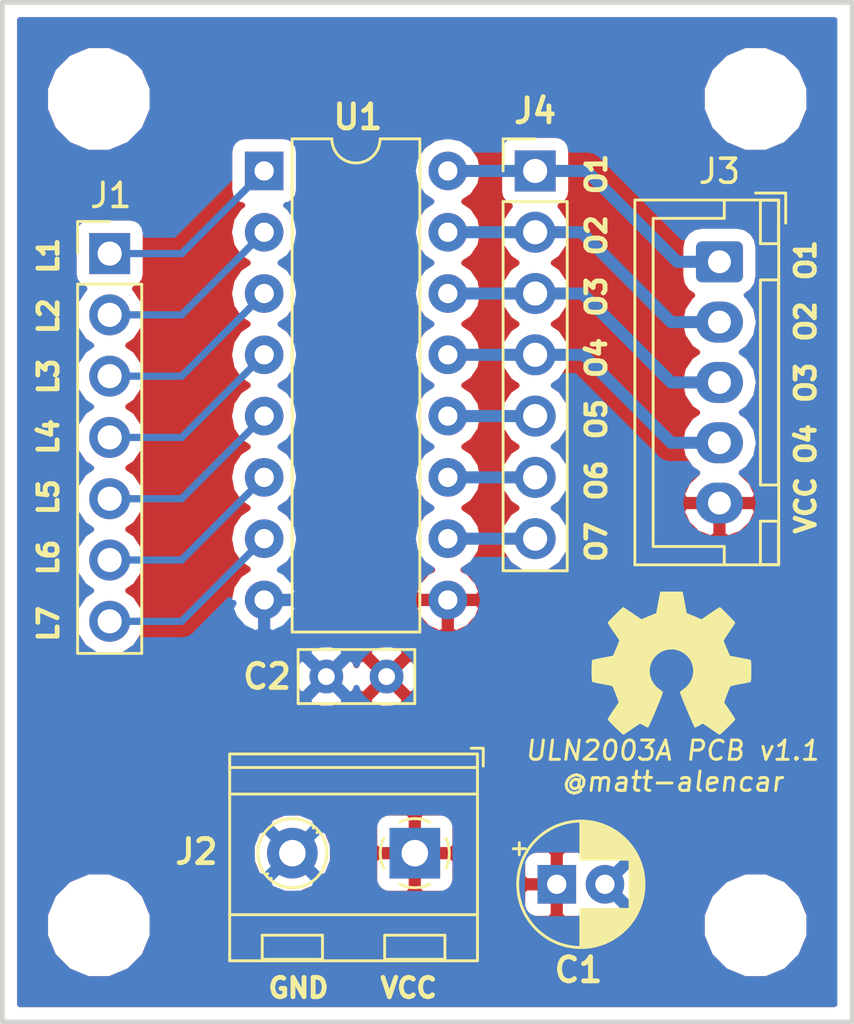
<source format=kicad_pcb>
(kicad_pcb (version 20171130) (host pcbnew 5.0.1)

  (general
    (thickness 1.6)
    (drawings 26)
    (tracks 33)
    (zones 0)
    (modules 12)
    (nets 17)
  )

  (page A4)
  (title_block
    (title "Stepper driver based on ULN2003")
    (date 2019-01-29)
    (rev 1.0)
    (comment 1 "GitHub: @matt-alencar")
  )

  (layers
    (0 F.Cu signal)
    (31 B.Cu signal)
    (32 B.Adhes user)
    (33 F.Adhes user)
    (34 B.Paste user)
    (35 F.Paste user)
    (36 B.SilkS user)
    (37 F.SilkS user)
    (38 B.Mask user)
    (39 F.Mask user)
    (40 Dwgs.User user)
    (41 Cmts.User user)
    (42 Eco1.User user)
    (43 Eco2.User user)
    (44 Edge.Cuts user)
    (45 Margin user)
    (46 B.CrtYd user)
    (47 F.CrtYd user)
    (48 B.Fab user)
    (49 F.Fab user)
  )

  (setup
    (last_trace_width 0.25)
    (user_trace_width 0.15)
    (user_trace_width 0.2)
    (user_trace_width 0.25)
    (user_trace_width 0.3)
    (user_trace_width 0.35)
    (user_trace_width 0.4)
    (user_trace_width 0.45)
    (user_trace_width 0.5)
    (trace_clearance 0.2)
    (zone_clearance 0.508)
    (zone_45_only no)
    (trace_min 0.15)
    (segment_width 0.2)
    (edge_width 0.15)
    (via_size 0.8)
    (via_drill 0.4)
    (via_min_size 0.15)
    (via_min_drill 0.2)
    (uvia_size 0.3)
    (uvia_drill 0.1)
    (uvias_allowed no)
    (uvia_min_size 0.2)
    (uvia_min_drill 0.1)
    (pcb_text_width 0.3)
    (pcb_text_size 1.5 1.5)
    (mod_edge_width 0.15)
    (mod_text_size 1 1)
    (mod_text_width 0.15)
    (pad_size 1.524 1.524)
    (pad_drill 0.762)
    (pad_to_mask_clearance 0.051)
    (solder_mask_min_width 0.25)
    (aux_axis_origin 0 0)
    (visible_elements FFFFFF7F)
    (pcbplotparams
      (layerselection 0x010ef_ffffffff)
      (usegerberextensions false)
      (usegerberattributes false)
      (usegerberadvancedattributes false)
      (creategerberjobfile false)
      (excludeedgelayer true)
      (linewidth 0.100000)
      (plotframeref false)
      (viasonmask false)
      (mode 1)
      (useauxorigin false)
      (hpglpennumber 1)
      (hpglpenspeed 20)
      (hpglpendiameter 15.000000)
      (psnegative false)
      (psa4output false)
      (plotreference true)
      (plotvalue true)
      (plotinvisibletext false)
      (padsonsilk false)
      (subtractmaskfromsilk false)
      (outputformat 1)
      (mirror false)
      (drillshape 0)
      (scaleselection 1)
      (outputdirectory "StepperDriver.gerbers/"))
  )

  (net 0 "")
  (net 1 MOTOR_PWR)
  (net 2 GND)
  (net 3 "Net-(J1-Pad2)")
  (net 4 "Net-(J1-Pad3)")
  (net 5 "Net-(J1-Pad4)")
  (net 6 "Net-(J1-Pad5)")
  (net 7 "Net-(J1-Pad6)")
  (net 8 "Net-(J1-Pad7)")
  (net 9 "Net-(J3-Pad1)")
  (net 10 "Net-(J3-Pad2)")
  (net 11 "Net-(J3-Pad3)")
  (net 12 "Net-(J3-Pad4)")
  (net 13 "Net-(J4-Pad5)")
  (net 14 "Net-(J4-Pad6)")
  (net 15 "Net-(J4-Pad7)")
  (net 16 "Net-(J1-Pad1)")

  (net_class Default "This is the default net class."
    (clearance 0.2)
    (trace_width 0.25)
    (via_dia 0.8)
    (via_drill 0.4)
    (uvia_dia 0.3)
    (uvia_drill 0.1)
    (add_net GND)
    (add_net MOTOR_PWR)
    (add_net "Net-(J1-Pad1)")
    (add_net "Net-(J1-Pad2)")
    (add_net "Net-(J1-Pad3)")
    (add_net "Net-(J1-Pad4)")
    (add_net "Net-(J1-Pad5)")
    (add_net "Net-(J1-Pad6)")
    (add_net "Net-(J1-Pad7)")
    (add_net "Net-(J3-Pad1)")
    (add_net "Net-(J3-Pad2)")
    (add_net "Net-(J3-Pad3)")
    (add_net "Net-(J3-Pad4)")
    (add_net "Net-(J4-Pad5)")
    (add_net "Net-(J4-Pad6)")
    (add_net "Net-(J4-Pad7)")
  )

  (module MountingHole:MountingHole_3.2mm_M3 (layer F.Cu) (tedit 5C49CBB8) (tstamp 5C4A7448)
    (at 161.5 119.75)
    (descr "Mounting Hole 3.2mm, no annular, M3")
    (tags "mounting hole 3.2mm no annular m3")
    (attr virtual)
    (fp_text reference REF** (at 0 -4.2) (layer F.SilkS) hide
      (effects (font (size 1 1) (thickness 0.15)))
    )
    (fp_text value MountingHole_3.2mm_M3 (at 0 4.2) (layer F.Fab) hide
      (effects (font (size 1 1) (thickness 0.15)))
    )
    (fp_text user %R (at 0.3 0) (layer F.Fab) hide
      (effects (font (size 1 1) (thickness 0.15)))
    )
    (fp_circle (center 0 0) (end 3.2 0) (layer Cmts.User) (width 0.15))
    (fp_circle (center 0 0) (end 3.45 0) (layer F.CrtYd) (width 0.05))
    (pad 1 np_thru_hole circle (at 0 0) (size 3.2 3.2) (drill 3.2) (layers *.Cu *.Mask))
  )

  (module MountingHole:MountingHole_3.2mm_M3 (layer F.Cu) (tedit 5C49CBB8) (tstamp 5C4A7415)
    (at 134.25 119.75)
    (descr "Mounting Hole 3.2mm, no annular, M3")
    (tags "mounting hole 3.2mm no annular m3")
    (attr virtual)
    (fp_text reference REF** (at 0 -4.2) (layer F.SilkS) hide
      (effects (font (size 1 1) (thickness 0.15)))
    )
    (fp_text value MountingHole_3.2mm_M3 (at 0 4.2) (layer F.Fab) hide
      (effects (font (size 1 1) (thickness 0.15)))
    )
    (fp_circle (center 0 0) (end 3.45 0) (layer F.CrtYd) (width 0.05))
    (fp_circle (center 0 0) (end 3.2 0) (layer Cmts.User) (width 0.15))
    (fp_text user %R (at 0.3 0) (layer F.Fab) hide
      (effects (font (size 1 1) (thickness 0.15)))
    )
    (pad 1 np_thru_hole circle (at 0 0) (size 3.2 3.2) (drill 3.2) (layers *.Cu *.Mask))
  )

  (module MountingHole:MountingHole_3.2mm_M3 (layer F.Cu) (tedit 5C49CBB8) (tstamp 5C4A7460)
    (at 134.25 85.5)
    (descr "Mounting Hole 3.2mm, no annular, M3")
    (tags "mounting hole 3.2mm no annular m3")
    (attr virtual)
    (fp_text reference REF** (at 0 -4.2) (layer F.SilkS) hide
      (effects (font (size 1 1) (thickness 0.15)))
    )
    (fp_text value MountingHole_3.2mm_M3 (at 0 4.2) (layer F.Fab) hide
      (effects (font (size 1 1) (thickness 0.15)))
    )
    (fp_text user %R (at 0.3 0) (layer F.Fab) hide
      (effects (font (size 1 1) (thickness 0.15)))
    )
    (fp_circle (center 0 0) (end 3.2 0) (layer Cmts.User) (width 0.15))
    (fp_circle (center 0 0) (end 3.45 0) (layer F.CrtYd) (width 0.05))
    (pad 1 np_thru_hole circle (at 0 0) (size 3.2 3.2) (drill 3.2) (layers *.Cu *.Mask))
  )

  (module Connector_PinHeader_2.54mm:PinHeader_1x07_P2.54mm_Vertical (layer F.Cu) (tedit 5C49CA5B) (tstamp 5C4A748B)
    (at 134.7 91.91)
    (descr "Through hole straight pin header, 1x07, 2.54mm pitch, single row")
    (tags "Through hole pin header THT 1x07 2.54mm single row")
    (path /5C49D832)
    (fp_text reference J1 (at 0.05 -2.41) (layer F.SilkS)
      (effects (font (size 1 1) (thickness 0.15)))
    )
    (fp_text value Conn_01x07_Male (at 0 17.57) (layer F.Fab) hide
      (effects (font (size 1 1) (thickness 0.15)))
    )
    (fp_line (start -0.635 -1.27) (end 1.27 -1.27) (layer F.Fab) (width 0.1))
    (fp_line (start 1.27 -1.27) (end 1.27 16.51) (layer F.Fab) (width 0.1))
    (fp_line (start 1.27 16.51) (end -1.27 16.51) (layer F.Fab) (width 0.1))
    (fp_line (start -1.27 16.51) (end -1.27 -0.635) (layer F.Fab) (width 0.1))
    (fp_line (start -1.27 -0.635) (end -0.635 -1.27) (layer F.Fab) (width 0.1))
    (fp_line (start -1.33 16.57) (end 1.33 16.57) (layer F.SilkS) (width 0.12))
    (fp_line (start -1.33 1.27) (end -1.33 16.57) (layer F.SilkS) (width 0.12))
    (fp_line (start 1.33 1.27) (end 1.33 16.57) (layer F.SilkS) (width 0.12))
    (fp_line (start -1.33 1.27) (end 1.33 1.27) (layer F.SilkS) (width 0.12))
    (fp_line (start -1.33 0) (end -1.33 -1.33) (layer F.SilkS) (width 0.12))
    (fp_line (start -1.33 -1.33) (end 0 -1.33) (layer F.SilkS) (width 0.12))
    (fp_line (start -1.8 -1.8) (end -1.8 17.05) (layer F.CrtYd) (width 0.05))
    (fp_line (start -1.8 17.05) (end 1.8 17.05) (layer F.CrtYd) (width 0.05))
    (fp_line (start 1.8 17.05) (end 1.8 -1.8) (layer F.CrtYd) (width 0.05))
    (fp_line (start 1.8 -1.8) (end -1.8 -1.8) (layer F.CrtYd) (width 0.05))
    (fp_text user %R (at 0 7.62 90) (layer F.Fab)
      (effects (font (size 1 1) (thickness 0.15)))
    )
    (pad 1 thru_hole rect (at 0 0) (size 1.7 1.7) (drill 1) (layers *.Cu *.Mask)
      (net 16 "Net-(J1-Pad1)"))
    (pad 2 thru_hole oval (at 0 2.54) (size 1.7 1.7) (drill 1) (layers *.Cu *.Mask)
      (net 3 "Net-(J1-Pad2)"))
    (pad 3 thru_hole oval (at 0 5.08) (size 1.7 1.7) (drill 1) (layers *.Cu *.Mask)
      (net 4 "Net-(J1-Pad3)"))
    (pad 4 thru_hole oval (at 0 7.62) (size 1.7 1.7) (drill 1) (layers *.Cu *.Mask)
      (net 5 "Net-(J1-Pad4)"))
    (pad 5 thru_hole oval (at 0 10.16) (size 1.7 1.7) (drill 1) (layers *.Cu *.Mask)
      (net 6 "Net-(J1-Pad5)"))
    (pad 6 thru_hole oval (at 0 12.7) (size 1.7 1.7) (drill 1) (layers *.Cu *.Mask)
      (net 7 "Net-(J1-Pad6)"))
    (pad 7 thru_hole oval (at 0 15.24) (size 1.7 1.7) (drill 1) (layers *.Cu *.Mask)
      (net 8 "Net-(J1-Pad7)"))
    (model ${KISYS3DMOD}/Connector_PinHeader_2.54mm.3dshapes/PinHeader_1x07_P2.54mm_Vertical.wrl
      (at (xyz 0 0 0))
      (scale (xyz 1 1 1))
      (rotate (xyz 0 0 0))
    )
  )

  (module Package_DIP:DIP-16_W7.62mm (layer F.Cu) (tedit 5C493C1B) (tstamp 5C4A7392)
    (at 141.11 88.485)
    (descr "16-lead though-hole mounted DIP package, row spacing 7.62 mm (300 mils)")
    (tags "THT DIP DIL PDIP 2.54mm 7.62mm 300mil")
    (path /5C6B0F2F)
    (fp_text reference U1 (at 3.89 -2.235) (layer F.SilkS)
      (effects (font (size 1 1) (thickness 0.2)))
    )
    (fp_text value ULN2003A (at 2.54 -3.81) (layer F.Fab) hide
      (effects (font (size 1 1) (thickness 0.15)))
    )
    (fp_arc (start 3.81 -1.33) (end 2.81 -1.33) (angle -180) (layer F.SilkS) (width 0.12))
    (fp_line (start 1.635 -1.27) (end 6.985 -1.27) (layer F.Fab) (width 0.1))
    (fp_line (start 6.985 -1.27) (end 6.985 19.05) (layer F.Fab) (width 0.1))
    (fp_line (start 6.985 19.05) (end 0.635 19.05) (layer F.Fab) (width 0.1))
    (fp_line (start 0.635 19.05) (end 0.635 -0.27) (layer F.Fab) (width 0.1))
    (fp_line (start 0.635 -0.27) (end 1.635 -1.27) (layer F.Fab) (width 0.1))
    (fp_line (start 2.81 -1.33) (end 1.16 -1.33) (layer F.SilkS) (width 0.12))
    (fp_line (start 1.16 -1.33) (end 1.16 19.11) (layer F.SilkS) (width 0.12))
    (fp_line (start 1.16 19.11) (end 6.46 19.11) (layer F.SilkS) (width 0.12))
    (fp_line (start 6.46 19.11) (end 6.46 -1.33) (layer F.SilkS) (width 0.12))
    (fp_line (start 6.46 -1.33) (end 4.81 -1.33) (layer F.SilkS) (width 0.12))
    (fp_line (start -1.1 -1.55) (end -1.1 19.3) (layer F.CrtYd) (width 0.05))
    (fp_line (start -1.1 19.3) (end 8.7 19.3) (layer F.CrtYd) (width 0.05))
    (fp_line (start 8.7 19.3) (end 8.7 -1.55) (layer F.CrtYd) (width 0.05))
    (fp_line (start 8.7 -1.55) (end -1.1 -1.55) (layer F.CrtYd) (width 0.05))
    (fp_text user %R (at 3.81 8.89) (layer F.Fab) hide
      (effects (font (size 1 1) (thickness 0.15)))
    )
    (pad 1 thru_hole rect (at 0 0) (size 1.6 1.6) (drill 0.8) (layers *.Cu *.Mask)
      (net 16 "Net-(J1-Pad1)"))
    (pad 9 thru_hole oval (at 7.62 17.78) (size 1.6 1.6) (drill 0.8) (layers *.Cu *.Mask)
      (net 1 MOTOR_PWR))
    (pad 2 thru_hole oval (at 0 2.54) (size 1.6 1.6) (drill 0.8) (layers *.Cu *.Mask)
      (net 3 "Net-(J1-Pad2)"))
    (pad 10 thru_hole oval (at 7.62 15.24) (size 1.6 1.6) (drill 0.8) (layers *.Cu *.Mask)
      (net 15 "Net-(J4-Pad7)"))
    (pad 3 thru_hole oval (at 0 5.08) (size 1.6 1.6) (drill 0.8) (layers *.Cu *.Mask)
      (net 4 "Net-(J1-Pad3)"))
    (pad 11 thru_hole oval (at 7.62 12.7) (size 1.6 1.6) (drill 0.8) (layers *.Cu *.Mask)
      (net 14 "Net-(J4-Pad6)"))
    (pad 4 thru_hole oval (at 0 7.62) (size 1.6 1.6) (drill 0.8) (layers *.Cu *.Mask)
      (net 5 "Net-(J1-Pad4)"))
    (pad 12 thru_hole oval (at 7.62 10.16) (size 1.6 1.6) (drill 0.8) (layers *.Cu *.Mask)
      (net 13 "Net-(J4-Pad5)"))
    (pad 5 thru_hole oval (at 0 10.16) (size 1.6 1.6) (drill 0.8) (layers *.Cu *.Mask)
      (net 6 "Net-(J1-Pad5)"))
    (pad 13 thru_hole oval (at 7.62 7.62) (size 1.6 1.6) (drill 0.8) (layers *.Cu *.Mask)
      (net 12 "Net-(J3-Pad4)"))
    (pad 6 thru_hole oval (at 0 12.7) (size 1.6 1.6) (drill 0.8) (layers *.Cu *.Mask)
      (net 7 "Net-(J1-Pad6)"))
    (pad 14 thru_hole oval (at 7.62 5.08) (size 1.6 1.6) (drill 0.8) (layers *.Cu *.Mask)
      (net 11 "Net-(J3-Pad3)"))
    (pad 7 thru_hole oval (at 0 15.24) (size 1.6 1.6) (drill 0.8) (layers *.Cu *.Mask)
      (net 8 "Net-(J1-Pad7)"))
    (pad 15 thru_hole oval (at 7.62 2.54) (size 1.6 1.6) (drill 0.8) (layers *.Cu *.Mask)
      (net 10 "Net-(J3-Pad2)"))
    (pad 8 thru_hole oval (at 0 17.78) (size 1.6 1.6) (drill 0.8) (layers *.Cu *.Mask)
      (net 2 GND))
    (pad 16 thru_hole oval (at 7.62 0) (size 1.6 1.6) (drill 0.8) (layers *.Cu *.Mask)
      (net 9 "Net-(J3-Pad1)"))
    (model ${KISYS3DMOD}/Package_DIP.3dshapes/DIP-16_W7.62mm.wrl
      (at (xyz 0 0 0))
      (scale (xyz 1 1 1))
      (rotate (xyz 0 0 0))
    )
  )

  (module Capacitor_THT:C_Rect_L4.6mm_W2.0mm_P2.50mm_MKS02_FKP02 (layer F.Cu) (tedit 5C493C17) (tstamp 5C4A73EA)
    (at 146.19 109.44 180)
    (descr "C, Rect series, Radial, pin pitch=2.50mm, , length*width=4.6*2mm^2, Capacitor, http://www.wima.de/DE/WIMA_MKS_02.pdf")
    (tags "C Rect series Radial pin pitch 2.50mm  length 4.6mm width 2mm Capacitor")
    (path /5C6C1E10)
    (fp_text reference C2 (at 4.96 0) (layer F.SilkS)
      (effects (font (size 1 1) (thickness 0.2)))
    )
    (fp_text value 100n (at 1.27 -3.81 180) (layer F.Fab) hide
      (effects (font (size 1 1) (thickness 0.15)))
    )
    (fp_line (start -1.05 -1) (end -1.05 1) (layer F.Fab) (width 0.1))
    (fp_line (start -1.05 1) (end 3.55 1) (layer F.Fab) (width 0.1))
    (fp_line (start 3.55 1) (end 3.55 -1) (layer F.Fab) (width 0.1))
    (fp_line (start 3.55 -1) (end -1.05 -1) (layer F.Fab) (width 0.1))
    (fp_line (start -1.17 -1.12) (end 3.67 -1.12) (layer F.SilkS) (width 0.12))
    (fp_line (start -1.17 1.12) (end 3.67 1.12) (layer F.SilkS) (width 0.12))
    (fp_line (start -1.17 -1.12) (end -1.17 1.12) (layer F.SilkS) (width 0.12))
    (fp_line (start 3.67 -1.12) (end 3.67 1.12) (layer F.SilkS) (width 0.12))
    (fp_line (start -1.3 -1.25) (end -1.3 1.25) (layer F.CrtYd) (width 0.05))
    (fp_line (start -1.3 1.25) (end 3.8 1.25) (layer F.CrtYd) (width 0.05))
    (fp_line (start 3.8 1.25) (end 3.8 -1.25) (layer F.CrtYd) (width 0.05))
    (fp_line (start 3.8 -1.25) (end -1.3 -1.25) (layer F.CrtYd) (width 0.05))
    (fp_text user %R (at 8 -3.56 180) (layer F.Fab) hide
      (effects (font (size 0.92 0.92) (thickness 0.138)))
    )
    (pad 1 thru_hole circle (at 0 0 180) (size 1.4 1.4) (drill 0.7) (layers *.Cu *.Mask)
      (net 1 MOTOR_PWR))
    (pad 2 thru_hole circle (at 2.5 0 180) (size 1.4 1.4) (drill 0.7) (layers *.Cu *.Mask)
      (net 2 GND))
    (model ${KISYS3DMOD}/Capacitor_THT.3dshapes/C_Rect_L4.6mm_W2.0mm_P2.50mm_MKS02_FKP02.wrl
      (at (xyz 0 0 0))
      (scale (xyz 1 1 1))
      (rotate (xyz 0 0 0))
    )
  )

  (module Connector_PinHeader_2.54mm:PinHeader_1x07_P2.54mm_Vertical (layer F.Cu) (tedit 5C4940E9) (tstamp 5C4A74E8)
    (at 152.354 88.485)
    (descr "Through hole straight pin header, 1x07, 2.54mm pitch, single row")
    (tags "Through hole pin header THT 1x07 2.54mm single row")
    (path /5C6BCAA3)
    (fp_text reference J4 (at 0 -2.485 180) (layer F.SilkS)
      (effects (font (size 1 1) (thickness 0.2)))
    )
    (fp_text value Conn_01x07_Male (at 0 -4.445) (layer F.Fab) hide
      (effects (font (size 1 1) (thickness 0.15)))
    )
    (fp_text user %R (at 3.896 7.62 90) (layer F.Fab) hide
      (effects (font (size 1 1) (thickness 0.15)))
    )
    (fp_line (start 1.8 -1.8) (end -1.8 -1.8) (layer F.CrtYd) (width 0.05))
    (fp_line (start 1.8 17.05) (end 1.8 -1.8) (layer F.CrtYd) (width 0.05))
    (fp_line (start -1.8 17.05) (end 1.8 17.05) (layer F.CrtYd) (width 0.05))
    (fp_line (start -1.8 -1.8) (end -1.8 17.05) (layer F.CrtYd) (width 0.05))
    (fp_line (start -1.33 -1.33) (end 0 -1.33) (layer F.SilkS) (width 0.12))
    (fp_line (start -1.33 0) (end -1.33 -1.33) (layer F.SilkS) (width 0.12))
    (fp_line (start -1.33 1.27) (end 1.33 1.27) (layer F.SilkS) (width 0.12))
    (fp_line (start 1.33 1.27) (end 1.33 16.57) (layer F.SilkS) (width 0.12))
    (fp_line (start -1.33 1.27) (end -1.33 16.57) (layer F.SilkS) (width 0.12))
    (fp_line (start -1.33 16.57) (end 1.33 16.57) (layer F.SilkS) (width 0.12))
    (fp_line (start -1.27 -0.635) (end -0.635 -1.27) (layer F.Fab) (width 0.1))
    (fp_line (start -1.27 16.51) (end -1.27 -0.635) (layer F.Fab) (width 0.1))
    (fp_line (start 1.27 16.51) (end -1.27 16.51) (layer F.Fab) (width 0.1))
    (fp_line (start 1.27 -1.27) (end 1.27 16.51) (layer F.Fab) (width 0.1))
    (fp_line (start -0.635 -1.27) (end 1.27 -1.27) (layer F.Fab) (width 0.1))
    (pad 7 thru_hole oval (at 0 15.24) (size 1.7 1.7) (drill 1) (layers *.Cu *.Mask)
      (net 15 "Net-(J4-Pad7)"))
    (pad 6 thru_hole oval (at 0 12.7) (size 1.7 1.7) (drill 1) (layers *.Cu *.Mask)
      (net 14 "Net-(J4-Pad6)"))
    (pad 5 thru_hole oval (at 0 10.16) (size 1.7 1.7) (drill 1) (layers *.Cu *.Mask)
      (net 13 "Net-(J4-Pad5)"))
    (pad 4 thru_hole oval (at 0 7.62) (size 1.7 1.7) (drill 1) (layers *.Cu *.Mask)
      (net 12 "Net-(J3-Pad4)"))
    (pad 3 thru_hole oval (at 0 5.08) (size 1.7 1.7) (drill 1) (layers *.Cu *.Mask)
      (net 11 "Net-(J3-Pad3)"))
    (pad 2 thru_hole oval (at 0 2.54) (size 1.7 1.7) (drill 1) (layers *.Cu *.Mask)
      (net 10 "Net-(J3-Pad2)"))
    (pad 1 thru_hole rect (at 0 0) (size 1.7 1.7) (drill 1) (layers *.Cu *.Mask)
      (net 9 "Net-(J3-Pad1)"))
    (model ${KISYS3DMOD}/Connector_PinHeader_2.54mm.3dshapes/PinHeader_1x07_P2.54mm_Vertical.wrl
      (at (xyz 0 0 0))
      (scale (xyz 1 1 1))
      (rotate (xyz 0 0 0))
    )
  )

  (module TerminalBlock_RND:TerminalBlock_RND_205-00232_1x02_P5.08mm_Horizontal (layer F.Cu) (tedit 5C493C13) (tstamp 5C7DA8CC)
    (at 147.36 116.76 180)
    (descr "terminal block RND 205-00232, 2 pins, pitch 5.08mm, size 10.2x8.45mm^2, drill diamater 1.1mm, pad diameter 2.1mm, see http://cdn-reichelt.de/documents/datenblatt/C151/RND_205-00232_DB_EN.pdf, script-generated using https://github.com/pointhi/kicad-footprint-generator/scripts/TerminalBlock_RND")
    (tags "THT terminal block RND 205-00232 pitch 5.08mm size 10.2x8.45mm^2 drill 1.1mm pad 2.1mm")
    (path /5C70C18D)
    (fp_text reference J2 (at 9.06 0.06) (layer F.SilkS)
      (effects (font (size 1 1) (thickness 0.2)))
    )
    (fp_text value Conn_01x02 (at 10.795 0 270) (layer F.Fab) hide
      (effects (font (size 1 1) (thickness 0.15)))
    )
    (fp_arc (start 0 0) (end 0 1.43) (angle -26) (layer F.SilkS) (width 0.12))
    (fp_arc (start 0 0) (end 1.286 0.627) (angle -52) (layer F.SilkS) (width 0.12))
    (fp_arc (start 0 0) (end 0.627 -1.286) (angle -52) (layer F.SilkS) (width 0.12))
    (fp_arc (start 0 0) (end -1.286 -0.628) (angle -52) (layer F.SilkS) (width 0.12))
    (fp_arc (start 0 0) (end -0.628 1.286) (angle -27) (layer F.SilkS) (width 0.12))
    (fp_circle (center 0 0) (end 1.25 0) (layer F.Fab) (width 0.1))
    (fp_circle (center 5.08 0) (end 6.33 0) (layer F.Fab) (width 0.1))
    (fp_circle (center 5.08 0) (end 6.51 0) (layer F.SilkS) (width 0.12))
    (fp_line (start -2.54 -4.4) (end 7.62 -4.4) (layer F.Fab) (width 0.1))
    (fp_line (start 7.62 -4.4) (end 7.62 4.05) (layer F.Fab) (width 0.1))
    (fp_line (start 7.62 4.05) (end -2.04 4.05) (layer F.Fab) (width 0.1))
    (fp_line (start -2.04 4.05) (end -2.54 3.55) (layer F.Fab) (width 0.1))
    (fp_line (start -2.54 3.55) (end -2.54 -4.4) (layer F.Fab) (width 0.1))
    (fp_line (start -2.54 3.55) (end 7.62 3.55) (layer F.Fab) (width 0.1))
    (fp_line (start -2.6 3.55) (end 7.68 3.55) (layer F.SilkS) (width 0.12))
    (fp_line (start -2.54 2.45) (end 7.62 2.45) (layer F.Fab) (width 0.1))
    (fp_line (start -2.6 2.45) (end 7.68 2.45) (layer F.SilkS) (width 0.12))
    (fp_line (start -2.54 -2.55) (end 7.62 -2.55) (layer F.Fab) (width 0.1))
    (fp_line (start -2.6 -2.55) (end 7.68 -2.55) (layer F.SilkS) (width 0.12))
    (fp_line (start -2.6 -4.46) (end 7.68 -4.46) (layer F.SilkS) (width 0.12))
    (fp_line (start -2.6 4.11) (end 7.68 4.11) (layer F.SilkS) (width 0.12))
    (fp_line (start -2.6 -4.46) (end -2.6 4.11) (layer F.SilkS) (width 0.12))
    (fp_line (start 7.68 -4.46) (end 7.68 4.11) (layer F.SilkS) (width 0.12))
    (fp_line (start 0.949 -0.796) (end -0.796 0.948) (layer F.Fab) (width 0.1))
    (fp_line (start 0.796 -0.948) (end -0.949 0.796) (layer F.Fab) (width 0.1))
    (fp_line (start -1.25 -4.4) (end -1.25 -3.4) (layer F.Fab) (width 0.1))
    (fp_line (start -1.25 -3.4) (end 1.25 -3.4) (layer F.Fab) (width 0.1))
    (fp_line (start 1.25 -3.4) (end 1.25 -4.4) (layer F.Fab) (width 0.1))
    (fp_line (start 1.25 -4.4) (end -1.25 -4.4) (layer F.Fab) (width 0.1))
    (fp_line (start -1.25 -4.4) (end 1.25 -4.4) (layer F.SilkS) (width 0.12))
    (fp_line (start -1.25 -3.4) (end 1.25 -3.4) (layer F.SilkS) (width 0.12))
    (fp_line (start -1.25 -4.4) (end -1.25 -3.4) (layer F.SilkS) (width 0.12))
    (fp_line (start 1.25 -4.4) (end 1.25 -3.4) (layer F.SilkS) (width 0.12))
    (fp_line (start 6.029 -0.796) (end 4.285 0.948) (layer F.Fab) (width 0.1))
    (fp_line (start 5.876 -0.948) (end 4.132 0.796) (layer F.Fab) (width 0.1))
    (fp_line (start 6.165 -0.91) (end 6.105 -0.851) (layer F.SilkS) (width 0.12))
    (fp_line (start 4.21 1.045) (end 4.17 1.085) (layer F.SilkS) (width 0.12))
    (fp_line (start 5.991 -1.085) (end 5.951 -1.045) (layer F.SilkS) (width 0.12))
    (fp_line (start 4.056 0.85) (end 3.996 0.91) (layer F.SilkS) (width 0.12))
    (fp_line (start 3.83 -4.4) (end 3.83 -3.4) (layer F.Fab) (width 0.1))
    (fp_line (start 3.83 -3.4) (end 6.33 -3.4) (layer F.Fab) (width 0.1))
    (fp_line (start 6.33 -3.4) (end 6.33 -4.4) (layer F.Fab) (width 0.1))
    (fp_line (start 6.33 -4.4) (end 3.83 -4.4) (layer F.Fab) (width 0.1))
    (fp_line (start 3.83 -4.4) (end 6.33 -4.4) (layer F.SilkS) (width 0.12))
    (fp_line (start 3.83 -3.4) (end 6.33 -3.4) (layer F.SilkS) (width 0.12))
    (fp_line (start 3.83 -4.4) (end 3.83 -3.4) (layer F.SilkS) (width 0.12))
    (fp_line (start 6.33 -4.4) (end 6.33 -3.4) (layer F.SilkS) (width 0.12))
    (fp_line (start -2.84 3.61) (end -2.84 4.35) (layer F.SilkS) (width 0.12))
    (fp_line (start -2.84 4.35) (end -2.34 4.35) (layer F.SilkS) (width 0.12))
    (fp_line (start -3.04 -4.9) (end -3.04 4.55) (layer F.CrtYd) (width 0.05))
    (fp_line (start -3.04 4.55) (end 8.13 4.55) (layer F.CrtYd) (width 0.05))
    (fp_line (start 8.13 4.55) (end 8.13 -4.9) (layer F.CrtYd) (width 0.05))
    (fp_line (start 8.13 -4.9) (end -3.04 -4.9) (layer F.CrtYd) (width 0.05))
    (fp_text user %R (at -3.81 0 270) (layer F.Fab) hide
      (effects (font (size 1 1) (thickness 0.15)))
    )
    (pad 1 thru_hole rect (at 0 0 180) (size 2.1 2.1) (drill 1.1) (layers *.Cu *.Mask)
      (net 1 MOTOR_PWR))
    (pad 2 thru_hole circle (at 5.08 0 180) (size 2.1 2.1) (drill 1.1) (layers *.Cu *.Mask)
      (net 2 GND))
    (model ${KISYS3DMOD}/TerminalBlock_RND.3dshapes/TerminalBlock_RND_205-00232_1x02_P5.08mm_Horizontal.wrl
      (at (xyz 0 0 0))
      (scale (xyz 1 1 1))
      (rotate (xyz 0 0 0))
    )
  )

  (module MountingHole:MountingHole_3.2mm_M3 (layer F.Cu) (tedit 5C49CBB8) (tstamp 5C4A742A)
    (at 161.5 85.5)
    (descr "Mounting Hole 3.2mm, no annular, M3")
    (tags "mounting hole 3.2mm no annular m3")
    (attr virtual)
    (fp_text reference REF** (at 0 -4.2) (layer F.SilkS) hide
      (effects (font (size 1 1) (thickness 0.15)))
    )
    (fp_text value MountingHole_3.2mm_M3 (at 0 4.2) (layer F.Fab) hide
      (effects (font (size 1 1) (thickness 0.15)))
    )
    (fp_circle (center 0 0) (end 3.45 0) (layer F.CrtYd) (width 0.05))
    (fp_circle (center 0 0) (end 3.2 0) (layer Cmts.User) (width 0.15))
    (fp_text user %R (at 0.3 0) (layer F.Fab) hide
      (effects (font (size 1 1) (thickness 0.15)))
    )
    (pad 1 np_thru_hole circle (at 0 0) (size 3.2 3.2) (drill 3.2) (layers *.Cu *.Mask))
  )

  (module Symbol:OSHW-Symbol_6.7x6mm_SilkScreen (layer F.Cu) (tedit 0) (tstamp 5C4DF21B)
    (at 158 108.9)
    (descr "Open Source Hardware Symbol")
    (tags "Logo Symbol OSHW")
    (attr virtual)
    (fp_text reference REF** (at 0 0) (layer F.SilkS) hide
      (effects (font (size 1 1) (thickness 0.15)))
    )
    (fp_text value OSHW-Symbol_6.7x6mm_SilkScreen (at 0.75 0) (layer F.Fab) hide
      (effects (font (size 1 1) (thickness 0.15)))
    )
    (fp_poly (pts (xy 0.555814 -2.531069) (xy 0.639635 -2.086445) (xy 0.94892 -1.958947) (xy 1.258206 -1.831449)
      (xy 1.629246 -2.083754) (xy 1.733157 -2.154004) (xy 1.827087 -2.216728) (xy 1.906652 -2.269062)
      (xy 1.96747 -2.308143) (xy 2.005157 -2.331107) (xy 2.015421 -2.336058) (xy 2.03391 -2.323324)
      (xy 2.07342 -2.288118) (xy 2.129522 -2.234938) (xy 2.197787 -2.168282) (xy 2.273786 -2.092646)
      (xy 2.353092 -2.012528) (xy 2.431275 -1.932426) (xy 2.503907 -1.856836) (xy 2.566559 -1.790255)
      (xy 2.614803 -1.737182) (xy 2.64421 -1.702113) (xy 2.651241 -1.690377) (xy 2.641123 -1.66874)
      (xy 2.612759 -1.621338) (xy 2.569129 -1.552807) (xy 2.513218 -1.467785) (xy 2.448006 -1.370907)
      (xy 2.410219 -1.31565) (xy 2.341343 -1.214752) (xy 2.28014 -1.123701) (xy 2.229578 -1.04703)
      (xy 2.192628 -0.989272) (xy 2.172258 -0.954957) (xy 2.169197 -0.947746) (xy 2.176136 -0.927252)
      (xy 2.195051 -0.879487) (xy 2.223087 -0.811168) (xy 2.257391 -0.729011) (xy 2.295109 -0.63973)
      (xy 2.333387 -0.550042) (xy 2.36937 -0.466662) (xy 2.400206 -0.396306) (xy 2.423039 -0.34569)
      (xy 2.435017 -0.321529) (xy 2.435724 -0.320578) (xy 2.454531 -0.315964) (xy 2.504618 -0.305672)
      (xy 2.580793 -0.290713) (xy 2.677865 -0.272099) (xy 2.790643 -0.250841) (xy 2.856442 -0.238582)
      (xy 2.97695 -0.215638) (xy 3.085797 -0.193805) (xy 3.177476 -0.174278) (xy 3.246481 -0.158252)
      (xy 3.287304 -0.146921) (xy 3.295511 -0.143326) (xy 3.303548 -0.118994) (xy 3.310033 -0.064041)
      (xy 3.31497 0.015108) (xy 3.318364 0.112026) (xy 3.320218 0.220287) (xy 3.320538 0.333465)
      (xy 3.319327 0.445135) (xy 3.31659 0.548868) (xy 3.312331 0.638241) (xy 3.306555 0.706826)
      (xy 3.299267 0.748197) (xy 3.294895 0.75681) (xy 3.268764 0.767133) (xy 3.213393 0.781892)
      (xy 3.136107 0.799352) (xy 3.04423 0.81778) (xy 3.012158 0.823741) (xy 2.857524 0.852066)
      (xy 2.735375 0.874876) (xy 2.641673 0.89308) (xy 2.572384 0.907583) (xy 2.523471 0.919292)
      (xy 2.490897 0.929115) (xy 2.470628 0.937956) (xy 2.458626 0.946724) (xy 2.456947 0.948457)
      (xy 2.440184 0.976371) (xy 2.414614 1.030695) (xy 2.382788 1.104777) (xy 2.34726 1.191965)
      (xy 2.310583 1.285608) (xy 2.275311 1.379052) (xy 2.243996 1.465647) (xy 2.219193 1.53874)
      (xy 2.203454 1.591678) (xy 2.199332 1.617811) (xy 2.199676 1.618726) (xy 2.213641 1.640086)
      (xy 2.245322 1.687084) (xy 2.291391 1.754827) (xy 2.348518 1.838423) (xy 2.413373 1.932982)
      (xy 2.431843 1.959854) (xy 2.497699 2.057275) (xy 2.55565 2.146163) (xy 2.602538 2.221412)
      (xy 2.635207 2.27792) (xy 2.6505 2.310581) (xy 2.651241 2.314593) (xy 2.638392 2.335684)
      (xy 2.602888 2.377464) (xy 2.549293 2.435445) (xy 2.482171 2.505135) (xy 2.406087 2.582045)
      (xy 2.325604 2.661683) (xy 2.245287 2.739561) (xy 2.169699 2.811186) (xy 2.103405 2.87207)
      (xy 2.050969 2.917721) (xy 2.016955 2.94365) (xy 2.007545 2.947883) (xy 1.985643 2.937912)
      (xy 1.9408 2.91102) (xy 1.880321 2.871736) (xy 1.833789 2.840117) (xy 1.749475 2.782098)
      (xy 1.649626 2.713784) (xy 1.549473 2.645579) (xy 1.495627 2.609075) (xy 1.313371 2.4858)
      (xy 1.160381 2.56852) (xy 1.090682 2.604759) (xy 1.031414 2.632926) (xy 0.991311 2.648991)
      (xy 0.981103 2.651226) (xy 0.968829 2.634722) (xy 0.944613 2.588082) (xy 0.910263 2.515609)
      (xy 0.867588 2.421606) (xy 0.818394 2.310374) (xy 0.76449 2.186215) (xy 0.707684 2.053432)
      (xy 0.649782 1.916327) (xy 0.592593 1.779202) (xy 0.537924 1.646358) (xy 0.487584 1.522098)
      (xy 0.44338 1.410725) (xy 0.407119 1.316539) (xy 0.380609 1.243844) (xy 0.365658 1.196941)
      (xy 0.363254 1.180833) (xy 0.382311 1.160286) (xy 0.424036 1.126933) (xy 0.479706 1.087702)
      (xy 0.484378 1.084599) (xy 0.628264 0.969423) (xy 0.744283 0.835053) (xy 0.83143 0.685784)
      (xy 0.888699 0.525913) (xy 0.915086 0.359737) (xy 0.909585 0.191552) (xy 0.87119 0.025655)
      (xy 0.798895 -0.133658) (xy 0.777626 -0.168513) (xy 0.666996 -0.309263) (xy 0.536302 -0.422286)
      (xy 0.390064 -0.506997) (xy 0.232808 -0.562806) (xy 0.069057 -0.589126) (xy -0.096667 -0.58537)
      (xy -0.259838 -0.55095) (xy -0.415935 -0.485277) (xy -0.560433 -0.387765) (xy -0.605131 -0.348187)
      (xy -0.718888 -0.224297) (xy -0.801782 -0.093876) (xy -0.858644 0.052315) (xy -0.890313 0.197088)
      (xy -0.898131 0.35986) (xy -0.872062 0.52344) (xy -0.814755 0.682298) (xy -0.728856 0.830906)
      (xy -0.617014 0.963735) (xy -0.481877 1.075256) (xy -0.464117 1.087011) (xy -0.40785 1.125508)
      (xy -0.365077 1.158863) (xy -0.344628 1.18016) (xy -0.344331 1.180833) (xy -0.348721 1.203871)
      (xy -0.366124 1.256157) (xy -0.394732 1.33339) (xy -0.432735 1.431268) (xy -0.478326 1.545491)
      (xy -0.529697 1.671758) (xy -0.585038 1.805767) (xy -0.642542 1.943218) (xy -0.700399 2.079808)
      (xy -0.756802 2.211237) (xy -0.809942 2.333205) (xy -0.85801 2.441409) (xy -0.899199 2.531549)
      (xy -0.931699 2.599323) (xy -0.953703 2.64043) (xy -0.962564 2.651226) (xy -0.98964 2.642819)
      (xy -1.040303 2.620272) (xy -1.105817 2.587613) (xy -1.141841 2.56852) (xy -1.294832 2.4858)
      (xy -1.477088 2.609075) (xy -1.570125 2.672228) (xy -1.671985 2.741727) (xy -1.767438 2.807165)
      (xy -1.81525 2.840117) (xy -1.882495 2.885273) (xy -1.939436 2.921057) (xy -1.978646 2.942938)
      (xy -1.991381 2.947563) (xy -2.009917 2.935085) (xy -2.050941 2.900252) (xy -2.110475 2.846678)
      (xy -2.184542 2.777983) (xy -2.269165 2.697781) (xy -2.322685 2.646286) (xy -2.416319 2.554286)
      (xy -2.497241 2.471999) (xy -2.562177 2.402945) (xy -2.607858 2.350644) (xy -2.631011 2.318616)
      (xy -2.633232 2.312116) (xy -2.622924 2.287394) (xy -2.594439 2.237405) (xy -2.550937 2.167212)
      (xy -2.495577 2.081875) (xy -2.43152 1.986456) (xy -2.413303 1.959854) (xy -2.346927 1.863167)
      (xy -2.287378 1.776117) (xy -2.237984 1.703595) (xy -2.202075 1.650493) (xy -2.182981 1.621703)
      (xy -2.181136 1.618726) (xy -2.183895 1.595782) (xy -2.198538 1.545336) (xy -2.222513 1.474041)
      (xy -2.253266 1.388547) (xy -2.288244 1.295507) (xy -2.324893 1.201574) (xy -2.360661 1.113399)
      (xy -2.392994 1.037634) (xy -2.419338 0.980931) (xy -2.437142 0.949943) (xy -2.438407 0.948457)
      (xy -2.449294 0.939601) (xy -2.467682 0.930843) (xy -2.497606 0.921277) (xy -2.543103 0.909996)
      (xy -2.608209 0.896093) (xy -2.696961 0.878663) (xy -2.813393 0.856798) (xy -2.961542 0.829591)
      (xy -2.993618 0.823741) (xy -3.088686 0.805374) (xy -3.171565 0.787405) (xy -3.23493 0.771569)
      (xy -3.271458 0.7596) (xy -3.276356 0.75681) (xy -3.284427 0.732072) (xy -3.290987 0.67679)
      (xy -3.296033 0.597389) (xy -3.299559 0.500296) (xy -3.301561 0.391938) (xy -3.302036 0.27874)
      (xy -3.300977 0.167128) (xy -3.298382 0.063529) (xy -3.294246 -0.025632) (xy -3.288563 -0.093928)
      (xy -3.281331 -0.134934) (xy -3.276971 -0.143326) (xy -3.252698 -0.151792) (xy -3.197426 -0.165565)
      (xy -3.116662 -0.18345) (xy -3.015912 -0.204252) (xy -2.900683 -0.226777) (xy -2.837902 -0.238582)
      (xy -2.718787 -0.260849) (xy -2.612565 -0.281021) (xy -2.524427 -0.298085) (xy -2.459566 -0.311031)
      (xy -2.423174 -0.318845) (xy -2.417184 -0.320578) (xy -2.407061 -0.34011) (xy -2.385662 -0.387157)
      (xy -2.355839 -0.454997) (xy -2.320445 -0.536909) (xy -2.282332 -0.626172) (xy -2.244353 -0.716065)
      (xy -2.20936 -0.799865) (xy -2.180206 -0.870853) (xy -2.159743 -0.922306) (xy -2.150823 -0.947503)
      (xy -2.150657 -0.948604) (xy -2.160769 -0.968481) (xy -2.189117 -1.014223) (xy -2.232723 -1.081283)
      (xy -2.288606 -1.165116) (xy -2.353787 -1.261174) (xy -2.391679 -1.31635) (xy -2.460725 -1.417519)
      (xy -2.52205 -1.50937) (xy -2.572663 -1.587256) (xy -2.609571 -1.646531) (xy -2.629782 -1.682549)
      (xy -2.632701 -1.690623) (xy -2.620153 -1.709416) (xy -2.585463 -1.749543) (xy -2.533063 -1.806507)
      (xy -2.467384 -1.875815) (xy -2.392856 -1.952969) (xy -2.313913 -2.033475) (xy -2.234983 -2.112837)
      (xy -2.1605 -2.18656) (xy -2.094894 -2.250148) (xy -2.042596 -2.299106) (xy -2.008039 -2.328939)
      (xy -1.996478 -2.336058) (xy -1.977654 -2.326047) (xy -1.932631 -2.297922) (xy -1.865787 -2.254546)
      (xy -1.781499 -2.198782) (xy -1.684144 -2.133494) (xy -1.610707 -2.083754) (xy -1.239667 -1.831449)
      (xy -0.621095 -2.086445) (xy -0.537275 -2.531069) (xy -0.453454 -2.975693) (xy 0.471994 -2.975693)
      (xy 0.555814 -2.531069)) (layer F.SilkS) (width 0.01))
  )

  (module Connector_JST:JST_XH_B05B-XH-A_1x05_P2.50mm_Vertical (layer F.Cu) (tedit 5C4D44F0) (tstamp 5C7D8F04)
    (at 160 92.25 270)
    (descr "JST XH series connector, B05B-XH-A (http://www.jst-mfg.com/product/pdf/eng/eXH.pdf), generated with kicad-footprint-generator")
    (tags "connector JST XH side entry")
    (path /5C6B70CD)
    (fp_text reference J3 (at -3.75 0) (layer F.SilkS)
      (effects (font (size 1 1) (thickness 0.15)))
    )
    (fp_text value Conn_01x05_Male (at 5 4.6 270) (layer F.Fab) hide
      (effects (font (size 1 1) (thickness 0.15)))
    )
    (fp_line (start -2.45 -2.35) (end -2.45 3.4) (layer F.Fab) (width 0.1))
    (fp_line (start -2.45 3.4) (end 12.45 3.4) (layer F.Fab) (width 0.1))
    (fp_line (start 12.45 3.4) (end 12.45 -2.35) (layer F.Fab) (width 0.1))
    (fp_line (start 12.45 -2.35) (end -2.45 -2.35) (layer F.Fab) (width 0.1))
    (fp_line (start -2.56 -2.46) (end -2.56 3.51) (layer F.SilkS) (width 0.12))
    (fp_line (start -2.56 3.51) (end 12.56 3.51) (layer F.SilkS) (width 0.12))
    (fp_line (start 12.56 3.51) (end 12.56 -2.46) (layer F.SilkS) (width 0.12))
    (fp_line (start 12.56 -2.46) (end -2.56 -2.46) (layer F.SilkS) (width 0.12))
    (fp_line (start -2.95 -2.85) (end -2.95 3.9) (layer F.CrtYd) (width 0.05))
    (fp_line (start -2.95 3.9) (end 12.95 3.9) (layer F.CrtYd) (width 0.05))
    (fp_line (start 12.95 3.9) (end 12.95 -2.85) (layer F.CrtYd) (width 0.05))
    (fp_line (start 12.95 -2.85) (end -2.95 -2.85) (layer F.CrtYd) (width 0.05))
    (fp_line (start -0.625 -2.35) (end 0 -1.35) (layer F.Fab) (width 0.1))
    (fp_line (start 0 -1.35) (end 0.625 -2.35) (layer F.Fab) (width 0.1))
    (fp_line (start 0.75 -2.45) (end 0.75 -1.7) (layer F.SilkS) (width 0.12))
    (fp_line (start 0.75 -1.7) (end 9.25 -1.7) (layer F.SilkS) (width 0.12))
    (fp_line (start 9.25 -1.7) (end 9.25 -2.45) (layer F.SilkS) (width 0.12))
    (fp_line (start 9.25 -2.45) (end 0.75 -2.45) (layer F.SilkS) (width 0.12))
    (fp_line (start -2.55 -2.45) (end -2.55 -1.7) (layer F.SilkS) (width 0.12))
    (fp_line (start -2.55 -1.7) (end -0.75 -1.7) (layer F.SilkS) (width 0.12))
    (fp_line (start -0.75 -1.7) (end -0.75 -2.45) (layer F.SilkS) (width 0.12))
    (fp_line (start -0.75 -2.45) (end -2.55 -2.45) (layer F.SilkS) (width 0.12))
    (fp_line (start 10.75 -2.45) (end 10.75 -1.7) (layer F.SilkS) (width 0.12))
    (fp_line (start 10.75 -1.7) (end 12.55 -1.7) (layer F.SilkS) (width 0.12))
    (fp_line (start 12.55 -1.7) (end 12.55 -2.45) (layer F.SilkS) (width 0.12))
    (fp_line (start 12.55 -2.45) (end 10.75 -2.45) (layer F.SilkS) (width 0.12))
    (fp_line (start -2.55 -0.2) (end -1.8 -0.2) (layer F.SilkS) (width 0.12))
    (fp_line (start -1.8 -0.2) (end -1.8 2.75) (layer F.SilkS) (width 0.12))
    (fp_line (start -1.8 2.75) (end 5 2.75) (layer F.SilkS) (width 0.12))
    (fp_line (start 12.55 -0.2) (end 11.8 -0.2) (layer F.SilkS) (width 0.12))
    (fp_line (start 11.8 -0.2) (end 11.8 2.75) (layer F.SilkS) (width 0.12))
    (fp_line (start 11.8 2.75) (end 5 2.75) (layer F.SilkS) (width 0.12))
    (fp_line (start -1.6 -2.75) (end -2.85 -2.75) (layer F.SilkS) (width 0.12))
    (fp_line (start -2.85 -2.75) (end -2.85 -1.5) (layer F.SilkS) (width 0.12))
    (fp_text user %R (at 5 2.7 270) (layer F.Fab) hide
      (effects (font (size 1 1) (thickness 0.15)))
    )
    (pad 1 thru_hole roundrect (at 0 0 270) (size 1.7 1.95) (drill 0.95) (layers *.Cu *.Mask) (roundrect_rratio 0.147059)
      (net 9 "Net-(J3-Pad1)"))
    (pad 2 thru_hole oval (at 2.5 0 270) (size 1.7 1.95) (drill 0.95) (layers *.Cu *.Mask)
      (net 10 "Net-(J3-Pad2)"))
    (pad 3 thru_hole oval (at 5 0 270) (size 1.7 1.95) (drill 0.95) (layers *.Cu *.Mask)
      (net 11 "Net-(J3-Pad3)"))
    (pad 4 thru_hole oval (at 7.5 0 270) (size 1.7 1.95) (drill 0.95) (layers *.Cu *.Mask)
      (net 12 "Net-(J3-Pad4)"))
    (pad 5 thru_hole oval (at 10 0 270) (size 1.7 1.95) (drill 0.95) (layers *.Cu *.Mask)
      (net 1 MOTOR_PWR))
    (model ${KISYS3DMOD}/Connector_JST.3dshapes/JST_XH_B05B-XH-A_1x05_P2.50mm_Vertical.wrl
      (at (xyz 0 0 0))
      (scale (xyz 1 1 1))
      (rotate (xyz 0 0 0))
    )
  )

  (module Capacitor_THT:CP_Radial_D5.0mm_P2.00mm (layer F.Cu) (tedit 5C4DE672) (tstamp 5C4EA8E8)
    (at 153.25 118.05)
    (descr "CP, Radial series, Radial, pin pitch=2.00mm, , diameter=5mm, Electrolytic Capacitor")
    (tags "CP Radial series Radial pin pitch 2.00mm  diameter 5mm Electrolytic Capacitor")
    (path /5C6C1F72)
    (fp_text reference C1 (at 0.9 3.55) (layer F.SilkS)
      (effects (font (size 1 1) (thickness 0.2)))
    )
    (fp_text value 100u (at 1 3.75) (layer F.Fab) hide
      (effects (font (size 1 1) (thickness 0.15)))
    )
    (fp_circle (center 1 0) (end 3.5 0) (layer F.Fab) (width 0.1))
    (fp_circle (center 1 0) (end 3.62 0) (layer F.SilkS) (width 0.12))
    (fp_circle (center 1 0) (end 3.75 0) (layer F.CrtYd) (width 0.05))
    (fp_line (start -1.133605 -1.0875) (end -0.633605 -1.0875) (layer F.Fab) (width 0.1))
    (fp_line (start -0.883605 -1.3375) (end -0.883605 -0.8375) (layer F.Fab) (width 0.1))
    (fp_line (start 1 1.04) (end 1 2.58) (layer F.SilkS) (width 0.12))
    (fp_line (start 1 -2.58) (end 1 -1.04) (layer F.SilkS) (width 0.12))
    (fp_line (start 1.04 1.04) (end 1.04 2.58) (layer F.SilkS) (width 0.12))
    (fp_line (start 1.04 -2.58) (end 1.04 -1.04) (layer F.SilkS) (width 0.12))
    (fp_line (start 1.08 -2.579) (end 1.08 -1.04) (layer F.SilkS) (width 0.12))
    (fp_line (start 1.08 1.04) (end 1.08 2.579) (layer F.SilkS) (width 0.12))
    (fp_line (start 1.12 -2.578) (end 1.12 -1.04) (layer F.SilkS) (width 0.12))
    (fp_line (start 1.12 1.04) (end 1.12 2.578) (layer F.SilkS) (width 0.12))
    (fp_line (start 1.16 -2.576) (end 1.16 -1.04) (layer F.SilkS) (width 0.12))
    (fp_line (start 1.16 1.04) (end 1.16 2.576) (layer F.SilkS) (width 0.12))
    (fp_line (start 1.2 -2.573) (end 1.2 -1.04) (layer F.SilkS) (width 0.12))
    (fp_line (start 1.2 1.04) (end 1.2 2.573) (layer F.SilkS) (width 0.12))
    (fp_line (start 1.24 -2.569) (end 1.24 -1.04) (layer F.SilkS) (width 0.12))
    (fp_line (start 1.24 1.04) (end 1.24 2.569) (layer F.SilkS) (width 0.12))
    (fp_line (start 1.28 -2.565) (end 1.28 -1.04) (layer F.SilkS) (width 0.12))
    (fp_line (start 1.28 1.04) (end 1.28 2.565) (layer F.SilkS) (width 0.12))
    (fp_line (start 1.32 -2.561) (end 1.32 -1.04) (layer F.SilkS) (width 0.12))
    (fp_line (start 1.32 1.04) (end 1.32 2.561) (layer F.SilkS) (width 0.12))
    (fp_line (start 1.36 -2.556) (end 1.36 -1.04) (layer F.SilkS) (width 0.12))
    (fp_line (start 1.36 1.04) (end 1.36 2.556) (layer F.SilkS) (width 0.12))
    (fp_line (start 1.4 -2.55) (end 1.4 -1.04) (layer F.SilkS) (width 0.12))
    (fp_line (start 1.4 1.04) (end 1.4 2.55) (layer F.SilkS) (width 0.12))
    (fp_line (start 1.44 -2.543) (end 1.44 -1.04) (layer F.SilkS) (width 0.12))
    (fp_line (start 1.44 1.04) (end 1.44 2.543) (layer F.SilkS) (width 0.12))
    (fp_line (start 1.48 -2.536) (end 1.48 -1.04) (layer F.SilkS) (width 0.12))
    (fp_line (start 1.48 1.04) (end 1.48 2.536) (layer F.SilkS) (width 0.12))
    (fp_line (start 1.52 -2.528) (end 1.52 -1.04) (layer F.SilkS) (width 0.12))
    (fp_line (start 1.52 1.04) (end 1.52 2.528) (layer F.SilkS) (width 0.12))
    (fp_line (start 1.56 -2.52) (end 1.56 -1.04) (layer F.SilkS) (width 0.12))
    (fp_line (start 1.56 1.04) (end 1.56 2.52) (layer F.SilkS) (width 0.12))
    (fp_line (start 1.6 -2.511) (end 1.6 -1.04) (layer F.SilkS) (width 0.12))
    (fp_line (start 1.6 1.04) (end 1.6 2.511) (layer F.SilkS) (width 0.12))
    (fp_line (start 1.64 -2.501) (end 1.64 -1.04) (layer F.SilkS) (width 0.12))
    (fp_line (start 1.64 1.04) (end 1.64 2.501) (layer F.SilkS) (width 0.12))
    (fp_line (start 1.68 -2.491) (end 1.68 -1.04) (layer F.SilkS) (width 0.12))
    (fp_line (start 1.68 1.04) (end 1.68 2.491) (layer F.SilkS) (width 0.12))
    (fp_line (start 1.721 -2.48) (end 1.721 -1.04) (layer F.SilkS) (width 0.12))
    (fp_line (start 1.721 1.04) (end 1.721 2.48) (layer F.SilkS) (width 0.12))
    (fp_line (start 1.761 -2.468) (end 1.761 -1.04) (layer F.SilkS) (width 0.12))
    (fp_line (start 1.761 1.04) (end 1.761 2.468) (layer F.SilkS) (width 0.12))
    (fp_line (start 1.801 -2.455) (end 1.801 -1.04) (layer F.SilkS) (width 0.12))
    (fp_line (start 1.801 1.04) (end 1.801 2.455) (layer F.SilkS) (width 0.12))
    (fp_line (start 1.841 -2.442) (end 1.841 -1.04) (layer F.SilkS) (width 0.12))
    (fp_line (start 1.841 1.04) (end 1.841 2.442) (layer F.SilkS) (width 0.12))
    (fp_line (start 1.881 -2.428) (end 1.881 -1.04) (layer F.SilkS) (width 0.12))
    (fp_line (start 1.881 1.04) (end 1.881 2.428) (layer F.SilkS) (width 0.12))
    (fp_line (start 1.921 -2.414) (end 1.921 -1.04) (layer F.SilkS) (width 0.12))
    (fp_line (start 1.921 1.04) (end 1.921 2.414) (layer F.SilkS) (width 0.12))
    (fp_line (start 1.961 -2.398) (end 1.961 -1.04) (layer F.SilkS) (width 0.12))
    (fp_line (start 1.961 1.04) (end 1.961 2.398) (layer F.SilkS) (width 0.12))
    (fp_line (start 2.001 -2.382) (end 2.001 -1.04) (layer F.SilkS) (width 0.12))
    (fp_line (start 2.001 1.04) (end 2.001 2.382) (layer F.SilkS) (width 0.12))
    (fp_line (start 2.041 -2.365) (end 2.041 -1.04) (layer F.SilkS) (width 0.12))
    (fp_line (start 2.041 1.04) (end 2.041 2.365) (layer F.SilkS) (width 0.12))
    (fp_line (start 2.081 -2.348) (end 2.081 -1.04) (layer F.SilkS) (width 0.12))
    (fp_line (start 2.081 1.04) (end 2.081 2.348) (layer F.SilkS) (width 0.12))
    (fp_line (start 2.121 -2.329) (end 2.121 -1.04) (layer F.SilkS) (width 0.12))
    (fp_line (start 2.121 1.04) (end 2.121 2.329) (layer F.SilkS) (width 0.12))
    (fp_line (start 2.161 -2.31) (end 2.161 -1.04) (layer F.SilkS) (width 0.12))
    (fp_line (start 2.161 1.04) (end 2.161 2.31) (layer F.SilkS) (width 0.12))
    (fp_line (start 2.201 -2.29) (end 2.201 -1.04) (layer F.SilkS) (width 0.12))
    (fp_line (start 2.201 1.04) (end 2.201 2.29) (layer F.SilkS) (width 0.12))
    (fp_line (start 2.241 -2.268) (end 2.241 -1.04) (layer F.SilkS) (width 0.12))
    (fp_line (start 2.241 1.04) (end 2.241 2.268) (layer F.SilkS) (width 0.12))
    (fp_line (start 2.281 -2.247) (end 2.281 -1.04) (layer F.SilkS) (width 0.12))
    (fp_line (start 2.281 1.04) (end 2.281 2.247) (layer F.SilkS) (width 0.12))
    (fp_line (start 2.321 -2.224) (end 2.321 -1.04) (layer F.SilkS) (width 0.12))
    (fp_line (start 2.321 1.04) (end 2.321 2.224) (layer F.SilkS) (width 0.12))
    (fp_line (start 2.361 -2.2) (end 2.361 -1.04) (layer F.SilkS) (width 0.12))
    (fp_line (start 2.361 1.04) (end 2.361 2.2) (layer F.SilkS) (width 0.12))
    (fp_line (start 2.401 -2.175) (end 2.401 -1.04) (layer F.SilkS) (width 0.12))
    (fp_line (start 2.401 1.04) (end 2.401 2.175) (layer F.SilkS) (width 0.12))
    (fp_line (start 2.441 -2.149) (end 2.441 -1.04) (layer F.SilkS) (width 0.12))
    (fp_line (start 2.441 1.04) (end 2.441 2.149) (layer F.SilkS) (width 0.12))
    (fp_line (start 2.481 -2.122) (end 2.481 -1.04) (layer F.SilkS) (width 0.12))
    (fp_line (start 2.481 1.04) (end 2.481 2.122) (layer F.SilkS) (width 0.12))
    (fp_line (start 2.521 -2.095) (end 2.521 -1.04) (layer F.SilkS) (width 0.12))
    (fp_line (start 2.521 1.04) (end 2.521 2.095) (layer F.SilkS) (width 0.12))
    (fp_line (start 2.561 -2.065) (end 2.561 -1.04) (layer F.SilkS) (width 0.12))
    (fp_line (start 2.561 1.04) (end 2.561 2.065) (layer F.SilkS) (width 0.12))
    (fp_line (start 2.601 -2.035) (end 2.601 -1.04) (layer F.SilkS) (width 0.12))
    (fp_line (start 2.601 1.04) (end 2.601 2.035) (layer F.SilkS) (width 0.12))
    (fp_line (start 2.641 -2.004) (end 2.641 -1.04) (layer F.SilkS) (width 0.12))
    (fp_line (start 2.641 1.04) (end 2.641 2.004) (layer F.SilkS) (width 0.12))
    (fp_line (start 2.681 -1.971) (end 2.681 -1.04) (layer F.SilkS) (width 0.12))
    (fp_line (start 2.681 1.04) (end 2.681 1.971) (layer F.SilkS) (width 0.12))
    (fp_line (start 2.721 -1.937) (end 2.721 -1.04) (layer F.SilkS) (width 0.12))
    (fp_line (start 2.721 1.04) (end 2.721 1.937) (layer F.SilkS) (width 0.12))
    (fp_line (start 2.761 -1.901) (end 2.761 -1.04) (layer F.SilkS) (width 0.12))
    (fp_line (start 2.761 1.04) (end 2.761 1.901) (layer F.SilkS) (width 0.12))
    (fp_line (start 2.801 -1.864) (end 2.801 -1.04) (layer F.SilkS) (width 0.12))
    (fp_line (start 2.801 1.04) (end 2.801 1.864) (layer F.SilkS) (width 0.12))
    (fp_line (start 2.841 -1.826) (end 2.841 -1.04) (layer F.SilkS) (width 0.12))
    (fp_line (start 2.841 1.04) (end 2.841 1.826) (layer F.SilkS) (width 0.12))
    (fp_line (start 2.881 -1.785) (end 2.881 -1.04) (layer F.SilkS) (width 0.12))
    (fp_line (start 2.881 1.04) (end 2.881 1.785) (layer F.SilkS) (width 0.12))
    (fp_line (start 2.921 -1.743) (end 2.921 -1.04) (layer F.SilkS) (width 0.12))
    (fp_line (start 2.921 1.04) (end 2.921 1.743) (layer F.SilkS) (width 0.12))
    (fp_line (start 2.961 -1.699) (end 2.961 -1.04) (layer F.SilkS) (width 0.12))
    (fp_line (start 2.961 1.04) (end 2.961 1.699) (layer F.SilkS) (width 0.12))
    (fp_line (start 3.001 -1.653) (end 3.001 -1.04) (layer F.SilkS) (width 0.12))
    (fp_line (start 3.001 1.04) (end 3.001 1.653) (layer F.SilkS) (width 0.12))
    (fp_line (start 3.041 -1.605) (end 3.041 1.605) (layer F.SilkS) (width 0.12))
    (fp_line (start 3.081 -1.554) (end 3.081 1.554) (layer F.SilkS) (width 0.12))
    (fp_line (start 3.121 -1.5) (end 3.121 1.5) (layer F.SilkS) (width 0.12))
    (fp_line (start 3.161 -1.443) (end 3.161 1.443) (layer F.SilkS) (width 0.12))
    (fp_line (start 3.201 -1.383) (end 3.201 1.383) (layer F.SilkS) (width 0.12))
    (fp_line (start 3.241 -1.319) (end 3.241 1.319) (layer F.SilkS) (width 0.12))
    (fp_line (start 3.281 -1.251) (end 3.281 1.251) (layer F.SilkS) (width 0.12))
    (fp_line (start 3.321 -1.178) (end 3.321 1.178) (layer F.SilkS) (width 0.12))
    (fp_line (start 3.361 -1.098) (end 3.361 1.098) (layer F.SilkS) (width 0.12))
    (fp_line (start 3.401 -1.011) (end 3.401 1.011) (layer F.SilkS) (width 0.12))
    (fp_line (start 3.441 -0.915) (end 3.441 0.915) (layer F.SilkS) (width 0.12))
    (fp_line (start 3.481 -0.805) (end 3.481 0.805) (layer F.SilkS) (width 0.12))
    (fp_line (start 3.521 -0.677) (end 3.521 0.677) (layer F.SilkS) (width 0.12))
    (fp_line (start 3.561 -0.518) (end 3.561 0.518) (layer F.SilkS) (width 0.12))
    (fp_line (start 3.601 -0.284) (end 3.601 0.284) (layer F.SilkS) (width 0.12))
    (fp_line (start -1.804775 -1.475) (end -1.304775 -1.475) (layer F.SilkS) (width 0.12))
    (fp_line (start -1.554775 -1.725) (end -1.554775 -1.225) (layer F.SilkS) (width 0.12))
    (fp_text user %R (at 1 0) (layer F.Fab)
      (effects (font (size 1 1) (thickness 0.15)))
    )
    (pad 1 thru_hole rect (at 0 0) (size 1.6 1.6) (drill 0.8) (layers *.Cu *.Mask)
      (net 1 MOTOR_PWR))
    (pad 2 thru_hole circle (at 2 0) (size 1.6 1.6) (drill 0.8) (layers *.Cu *.Mask)
      (net 2 GND))
    (model ${KISYS3DMOD}/Capacitor_THT.3dshapes/CP_Radial_D5.0mm_P2.00mm.wrl
      (at (xyz 0 0 0))
      (scale (xyz 1 1 1))
      (rotate (xyz 0 0 0))
    )
  )

  (gr_line (start 165.5 123.75) (end 130.25 123.75) (layer Edge.Cuts) (width 0.2) (tstamp 5C4A76BB))
  (gr_line (start 165.5 81.5) (end 165.5 123.75) (layer Edge.Cuts) (width 0.2) (tstamp 5C4A7220))
  (gr_line (start 130.25 81.5) (end 165.5 81.5) (layer Edge.Cuts) (width 0.2) (tstamp 5C4A721D))
  (gr_line (start 130.25 123.75) (end 130.25 81.5) (layer Edge.Cuts) (width 0.2) (tstamp 5C4A7223))
  (gr_text O1 (at 154.894 88.612 90) (layer F.SilkS) (tstamp 5C4A76AF)
    (effects (font (size 0.8 0.8) (thickness 0.2)))
  )
  (gr_text O2 (at 154.894 91.152 90) (layer F.SilkS) (tstamp 5C4A76B2)
    (effects (font (size 0.8 0.8) (thickness 0.2)))
  )
  (gr_text O3 (at 154.894 93.692 90) (layer F.SilkS) (tstamp 5C4A7457)
    (effects (font (size 0.8 0.8) (thickness 0.2)))
  )
  (gr_text O4 (at 154.894 96.232 90) (layer F.SilkS) (tstamp 5C4A736D)
    (effects (font (size 0.8 0.8) (thickness 0.2)))
  )
  (gr_text "ULN2003A PCB v1.1\n@matt-alencar" (at 158.05 113.15) (layer F.SilkS) (tstamp 5C4A743C)
    (effects (font (size 0.8 0.8) (thickness 0.125) italic))
  )
  (gr_text GND (at 142.534 122.348) (layer F.SilkS) (tstamp 5C4A74CC)
    (effects (font (size 0.8 0.8) (thickness 0.2)))
  )
  (gr_text VCC (at 147.106 122.348) (layer F.SilkS) (tstamp 5C4A743F)
    (effects (font (size 0.8 0.8) (thickness 0.2)))
  )
  (gr_text VCC (at 163.578 102.344 90) (layer F.SilkS) (tstamp 5C4A746F)
    (effects (font (size 0.8 0.8) (thickness 0.2)))
  )
  (gr_text O3 (at 163.578 97.264 90) (layer F.SilkS) (tstamp 5C4A7439)
    (effects (font (size 0.8 0.8) (thickness 0.2)))
  )
  (gr_text O1 (at 163.578 92.184 90) (layer F.SilkS) (tstamp 5C4A736A)
    (effects (font (size 0.8 0.8) (thickness 0.2)))
  )
  (gr_text O2 (at 163.578 94.724 90) (layer F.SilkS) (tstamp 5C4A76B5)
    (effects (font (size 0.8 0.8) (thickness 0.2)))
  )
  (gr_text O4 (at 163.578 99.804 90) (layer F.SilkS) (tstamp 5C4A7367)
    (effects (font (size 0.8 0.8) (thickness 0.2)))
  )
  (gr_text O7 (at 154.894 103.852 90) (layer F.SilkS) (tstamp 5C4A76BE)
    (effects (font (size 0.8 0.8) (thickness 0.2)))
  )
  (gr_text O6 (at 154.894 101.312 90) (layer F.SilkS) (tstamp 5C4A76B8)
    (effects (font (size 0.8 0.8) (thickness 0.2)))
  )
  (gr_text O5 (at 154.894 98.772 90) (layer F.SilkS) (tstamp 5C4A7226)
    (effects (font (size 0.8 0.8) (thickness 0.2)))
  )
  (gr_text L7 (at 132.16 107.25 90) (layer F.SilkS) (tstamp 5C4A76AC)
    (effects (font (size 0.8 0.8) (thickness 0.2)))
  )
  (gr_text L6 (at 132.16 104.5 90) (layer F.SilkS) (tstamp 5C4A76A9)
    (effects (font (size 0.8 0.8) (thickness 0.2)))
  )
  (gr_text L5 (at 132.16 102 90) (layer F.SilkS) (tstamp 5C4A76A6)
    (effects (font (size 0.8 0.8) (thickness 0.2)))
  )
  (gr_text L4 (at 132.16 99.5 90) (layer F.SilkS) (tstamp 5C4A74C9)
    (effects (font (size 0.8 0.8) (thickness 0.2)))
  )
  (gr_text L3 (at 132.16 97 90) (layer F.SilkS) (tstamp 5C4A74C6)
    (effects (font (size 0.8 0.8) (thickness 0.2)))
  )
  (gr_text L2 (at 132.16 94.5 90) (layer F.SilkS) (tstamp 5C4A74C3)
    (effects (font (size 0.8 0.8) (thickness 0.2)))
  )
  (gr_text L1 (at 132.16 92 90) (layer F.SilkS) (tstamp 5C4A74C0)
    (effects (font (size 0.8 0.8) (thickness 0.2)))
  )

  (segment (start 134.7 94.45) (end 137.685 94.45) (width 0.3) (layer B.Cu) (net 3))
  (segment (start 137.685 94.45) (end 141.11 91.025) (width 0.3) (layer B.Cu) (net 3))
  (segment (start 134.7 96.99) (end 137.685 96.99) (width 0.3) (layer B.Cu) (net 4))
  (segment (start 137.685 96.99) (end 141.11 93.565) (width 0.3) (layer B.Cu) (net 4))
  (segment (start 134.7 99.53) (end 137.685 99.53) (width 0.3) (layer B.Cu) (net 5))
  (segment (start 137.685 99.53) (end 141.11 96.105) (width 0.3) (layer B.Cu) (net 5))
  (segment (start 137.685 102.07) (end 141.11 98.645) (width 0.3) (layer B.Cu) (net 6))
  (segment (start 134.7 102.07) (end 137.685 102.07) (width 0.3) (layer B.Cu) (net 6))
  (segment (start 134.7 104.61) (end 137.685 104.61) (width 0.3) (layer B.Cu) (net 7))
  (segment (start 137.685 104.61) (end 141.11 101.185) (width 0.3) (layer B.Cu) (net 7))
  (segment (start 137.685 107.15) (end 141.11 103.725) (width 0.3) (layer B.Cu) (net 8))
  (segment (start 134.7 107.15) (end 137.685 107.15) (width 0.3) (layer B.Cu) (net 8))
  (segment (start 148.73 88.485) (end 152.354 88.485) (width 0.5) (layer B.Cu) (net 9))
  (segment (start 158.25 92.25) (end 160 92.25) (width 0.5) (layer B.Cu) (net 9))
  (segment (start 152.354 88.485) (end 154.485 88.485) (width 0.5) (layer B.Cu) (net 9))
  (segment (start 154.485 88.485) (end 158.25 92.25) (width 0.5) (layer B.Cu) (net 9))
  (segment (start 148.73 91.025) (end 152.354 91.025) (width 0.5) (layer B.Cu) (net 10))
  (segment (start 152.354 91.025) (end 154.275 91.025) (width 0.5) (layer B.Cu) (net 10))
  (segment (start 154.275 91.025) (end 158 94.75) (width 0.5) (layer B.Cu) (net 10))
  (segment (start 158 94.75) (end 160 94.75) (width 0.5) (layer B.Cu) (net 10))
  (segment (start 148.73 93.565) (end 152.354 93.565) (width 0.5) (layer B.Cu) (net 11))
  (segment (start 152.354 93.565) (end 154.315 93.565) (width 0.5) (layer B.Cu) (net 11))
  (segment (start 158 97.25) (end 160 97.25) (width 0.5) (layer B.Cu) (net 11))
  (segment (start 154.315 93.565) (end 158 97.25) (width 0.5) (layer B.Cu) (net 11))
  (segment (start 148.73 96.105) (end 152.354 96.105) (width 0.5) (layer B.Cu) (net 12))
  (segment (start 158 99.75) (end 160 99.75) (width 0.5) (layer B.Cu) (net 12))
  (segment (start 152.354 96.105) (end 154.355 96.105) (width 0.5) (layer B.Cu) (net 12))
  (segment (start 154.355 96.105) (end 158 99.75) (width 0.5) (layer B.Cu) (net 12))
  (segment (start 148.73 98.645) (end 152.354 98.645) (width 0.5) (layer B.Cu) (net 13))
  (segment (start 148.73 101.185) (end 152.354 101.185) (width 0.5) (layer B.Cu) (net 14))
  (segment (start 148.73 103.725) (end 152.354 103.725) (width 0.5) (layer B.Cu) (net 15))
  (segment (start 134.7 91.91) (end 137.685 91.91) (width 0.3) (layer B.Cu) (net 16))
  (segment (start 137.685 91.91) (end 141.11 88.485) (width 0.3) (layer B.Cu) (net 16))

  (zone (net 2) (net_name GND) (layer B.Cu) (tstamp 5C4E4387) (hatch edge 0.508)
    (connect_pads (clearance 0.508))
    (min_thickness 0.254)
    (fill yes (arc_segments 16) (thermal_gap 0.508) (thermal_bridge_width 0.508) (smoothing chamfer) (radius 0.2))
    (polygon
      (pts
        (xy 130.5 81.75) (xy 165.25 81.75) (xy 165.25 123.5) (xy 130.5 123.5)
      )
    )
    (filled_polygon
      (pts
        (xy 164.765001 123.015) (xy 130.985 123.015) (xy 130.985 119.305431) (xy 132.015 119.305431) (xy 132.015 120.194569)
        (xy 132.355259 121.016026) (xy 132.983974 121.644741) (xy 133.805431 121.985) (xy 134.694569 121.985) (xy 135.516026 121.644741)
        (xy 136.144741 121.016026) (xy 136.485 120.194569) (xy 136.485 119.305431) (xy 136.144741 118.483974) (xy 135.60947 117.948703)
        (xy 141.270902 117.948703) (xy 141.375687 118.220745) (xy 142.003526 118.455619) (xy 142.673456 118.432349) (xy 143.184313 118.220745)
        (xy 143.289098 117.948703) (xy 142.28 116.939605) (xy 141.270902 117.948703) (xy 135.60947 117.948703) (xy 135.516026 117.855259)
        (xy 134.694569 117.515) (xy 133.805431 117.515) (xy 132.983974 117.855259) (xy 132.355259 118.483974) (xy 132.015 119.305431)
        (xy 130.985 119.305431) (xy 130.985 116.483526) (xy 140.584381 116.483526) (xy 140.607651 117.153456) (xy 140.819255 117.664313)
        (xy 141.091297 117.769098) (xy 142.100395 116.76) (xy 142.459605 116.76) (xy 143.468703 117.769098) (xy 143.740745 117.664313)
        (xy 143.975619 117.036474) (xy 143.952349 116.366544) (xy 143.740745 115.855687) (xy 143.468703 115.750902) (xy 142.459605 116.76)
        (xy 142.100395 116.76) (xy 141.091297 115.750902) (xy 140.819255 115.855687) (xy 140.584381 116.483526) (xy 130.985 116.483526)
        (xy 130.985 115.571297) (xy 141.270902 115.571297) (xy 142.28 116.580395) (xy 143.150395 115.71) (xy 145.66256 115.71)
        (xy 145.66256 117.81) (xy 145.711843 118.057765) (xy 145.852191 118.267809) (xy 146.062235 118.408157) (xy 146.31 118.45744)
        (xy 148.41 118.45744) (xy 148.657765 118.408157) (xy 148.867809 118.267809) (xy 149.008157 118.057765) (xy 149.05744 117.81)
        (xy 149.05744 117.25) (xy 151.80256 117.25) (xy 151.80256 118.85) (xy 151.851843 119.097765) (xy 151.992191 119.307809)
        (xy 152.202235 119.448157) (xy 152.45 119.49744) (xy 154.05 119.49744) (xy 154.297765 119.448157) (xy 154.507516 119.308005)
        (xy 155.033223 119.496965) (xy 155.603454 119.469778) (xy 156.000221 119.305431) (xy 159.265 119.305431) (xy 159.265 120.194569)
        (xy 159.605259 121.016026) (xy 160.233974 121.644741) (xy 161.055431 121.985) (xy 161.944569 121.985) (xy 162.766026 121.644741)
        (xy 163.394741 121.016026) (xy 163.735 120.194569) (xy 163.735 119.305431) (xy 163.394741 118.483974) (xy 162.766026 117.855259)
        (xy 161.944569 117.515) (xy 161.055431 117.515) (xy 160.233974 117.855259) (xy 159.605259 118.483974) (xy 159.265 119.305431)
        (xy 156.000221 119.305431) (xy 156.004005 119.303864) (xy 156.078139 119.057745) (xy 155.25 118.229605) (xy 155.235858 118.243748)
        (xy 155.056253 118.064143) (xy 155.070395 118.05) (xy 155.429605 118.05) (xy 156.257745 118.878139) (xy 156.503864 118.804005)
        (xy 156.696965 118.266777) (xy 156.669778 117.696546) (xy 156.503864 117.295995) (xy 156.257745 117.221861) (xy 155.429605 118.05)
        (xy 155.070395 118.05) (xy 155.056253 118.035858) (xy 155.235858 117.856252) (xy 155.25 117.870395) (xy 156.078139 117.042255)
        (xy 156.004005 116.796136) (xy 155.466777 116.603035) (xy 154.896546 116.630222) (xy 154.506933 116.791605) (xy 154.297765 116.651843)
        (xy 154.05 116.60256) (xy 152.45 116.60256) (xy 152.202235 116.651843) (xy 151.992191 116.792191) (xy 151.851843 117.002235)
        (xy 151.80256 117.25) (xy 149.05744 117.25) (xy 149.05744 115.71) (xy 149.008157 115.462235) (xy 148.867809 115.252191)
        (xy 148.657765 115.111843) (xy 148.41 115.06256) (xy 146.31 115.06256) (xy 146.062235 115.111843) (xy 145.852191 115.252191)
        (xy 145.711843 115.462235) (xy 145.66256 115.71) (xy 143.150395 115.71) (xy 143.289098 115.571297) (xy 143.184313 115.299255)
        (xy 142.556474 115.064381) (xy 141.886544 115.087651) (xy 141.375687 115.299255) (xy 141.270902 115.571297) (xy 130.985 115.571297)
        (xy 130.985 110.375275) (xy 142.934331 110.375275) (xy 142.996169 110.611042) (xy 143.497122 110.787419) (xy 144.02744 110.758664)
        (xy 144.383831 110.611042) (xy 144.445669 110.375275) (xy 143.69 109.619605) (xy 142.934331 110.375275) (xy 130.985 110.375275)
        (xy 130.985 109.247122) (xy 142.342581 109.247122) (xy 142.371336 109.77744) (xy 142.518958 110.133831) (xy 142.754725 110.195669)
        (xy 143.510395 109.44) (xy 143.869605 109.44) (xy 144.625275 110.195669) (xy 144.861042 110.133831) (xy 144.939775 109.910212)
        (xy 145.058242 110.196217) (xy 145.433783 110.571758) (xy 145.924452 110.775) (xy 146.455548 110.775) (xy 146.946217 110.571758)
        (xy 147.321758 110.196217) (xy 147.525 109.705548) (xy 147.525 109.174452) (xy 147.321758 108.683783) (xy 146.946217 108.308242)
        (xy 146.455548 108.105) (xy 145.924452 108.105) (xy 145.433783 108.308242) (xy 145.058242 108.683783) (xy 144.946721 108.953017)
        (xy 144.861042 108.746169) (xy 144.625275 108.684331) (xy 143.869605 109.44) (xy 143.510395 109.44) (xy 142.754725 108.684331)
        (xy 142.518958 108.746169) (xy 142.342581 109.247122) (xy 130.985 109.247122) (xy 130.985 94.45) (xy 133.185908 94.45)
        (xy 133.301161 95.029418) (xy 133.629375 95.520625) (xy 133.927761 95.72) (xy 133.629375 95.919375) (xy 133.301161 96.410582)
        (xy 133.185908 96.99) (xy 133.301161 97.569418) (xy 133.629375 98.060625) (xy 133.927761 98.26) (xy 133.629375 98.459375)
        (xy 133.301161 98.950582) (xy 133.185908 99.53) (xy 133.301161 100.109418) (xy 133.629375 100.600625) (xy 133.927761 100.8)
        (xy 133.629375 100.999375) (xy 133.301161 101.490582) (xy 133.185908 102.07) (xy 133.301161 102.649418) (xy 133.629375 103.140625)
        (xy 133.927761 103.34) (xy 133.629375 103.539375) (xy 133.301161 104.030582) (xy 133.185908 104.61) (xy 133.301161 105.189418)
        (xy 133.629375 105.680625) (xy 133.927761 105.88) (xy 133.629375 106.079375) (xy 133.301161 106.570582) (xy 133.185908 107.15)
        (xy 133.301161 107.729418) (xy 133.629375 108.220625) (xy 134.120582 108.548839) (xy 134.553744 108.635) (xy 134.846256 108.635)
        (xy 135.279418 108.548839) (xy 135.345439 108.504725) (xy 142.934331 108.504725) (xy 143.69 109.260395) (xy 144.445669 108.504725)
        (xy 144.383831 108.268958) (xy 143.882878 108.092581) (xy 143.35256 108.121336) (xy 142.996169 108.268958) (xy 142.934331 108.504725)
        (xy 135.345439 108.504725) (xy 135.770625 108.220625) (xy 135.961474 107.935) (xy 137.607688 107.935) (xy 137.685 107.950378)
        (xy 137.762312 107.935) (xy 137.762316 107.935) (xy 137.991292 107.889454) (xy 138.250953 107.715953) (xy 138.294749 107.650408)
        (xy 139.675 106.270157) (xy 139.675 106.392002) (xy 139.840084 106.392002) (xy 139.718096 106.614039) (xy 139.878959 107.002423)
        (xy 140.254866 107.417389) (xy 140.760959 107.656914) (xy 140.983 107.535629) (xy 140.983 106.392) (xy 141.237 106.392)
        (xy 141.237 107.535629) (xy 141.459041 107.656914) (xy 141.965134 107.417389) (xy 142.341041 107.002423) (xy 142.501904 106.614039)
        (xy 142.379915 106.392) (xy 141.237 106.392) (xy 140.983 106.392) (xy 140.963 106.392) (xy 140.963 106.138)
        (xy 140.983 106.138) (xy 140.983 106.118) (xy 141.237 106.118) (xy 141.237 106.138) (xy 142.379915 106.138)
        (xy 142.501904 105.915961) (xy 142.341041 105.527577) (xy 141.965134 105.112611) (xy 141.760892 105.015947) (xy 142.144577 104.759577)
        (xy 142.46174 104.284909) (xy 142.573113 103.725) (xy 142.46174 103.165091) (xy 142.144577 102.690423) (xy 141.792242 102.455)
        (xy 142.144577 102.219577) (xy 142.46174 101.744909) (xy 142.573113 101.185) (xy 142.46174 100.625091) (xy 142.144577 100.150423)
        (xy 141.792242 99.915) (xy 142.144577 99.679577) (xy 142.46174 99.204909) (xy 142.573113 98.645) (xy 142.46174 98.085091)
        (xy 142.144577 97.610423) (xy 141.792242 97.375) (xy 142.144577 97.139577) (xy 142.46174 96.664909) (xy 142.573113 96.105)
        (xy 142.46174 95.545091) (xy 142.144577 95.070423) (xy 141.792242 94.835) (xy 142.144577 94.599577) (xy 142.46174 94.124909)
        (xy 142.573113 93.565) (xy 142.46174 93.005091) (xy 142.144577 92.530423) (xy 141.792242 92.295) (xy 142.144577 92.059577)
        (xy 142.46174 91.584909) (xy 142.573113 91.025) (xy 142.46174 90.465091) (xy 142.144577 89.990423) (xy 142.023894 89.909785)
        (xy 142.157765 89.883157) (xy 142.367809 89.742809) (xy 142.508157 89.532765) (xy 142.55744 89.285) (xy 142.55744 88.485)
        (xy 147.266887 88.485) (xy 147.37826 89.044909) (xy 147.695423 89.519577) (xy 148.047758 89.755) (xy 147.695423 89.990423)
        (xy 147.37826 90.465091) (xy 147.266887 91.025) (xy 147.37826 91.584909) (xy 147.695423 92.059577) (xy 148.047758 92.295)
        (xy 147.695423 92.530423) (xy 147.37826 93.005091) (xy 147.266887 93.565) (xy 147.37826 94.124909) (xy 147.695423 94.599577)
        (xy 148.047758 94.835) (xy 147.695423 95.070423) (xy 147.37826 95.545091) (xy 147.266887 96.105) (xy 147.37826 96.664909)
        (xy 147.695423 97.139577) (xy 148.047758 97.375) (xy 147.695423 97.610423) (xy 147.37826 98.085091) (xy 147.266887 98.645)
        (xy 147.37826 99.204909) (xy 147.695423 99.679577) (xy 148.047758 99.915) (xy 147.695423 100.150423) (xy 147.37826 100.625091)
        (xy 147.266887 101.185) (xy 147.37826 101.744909) (xy 147.695423 102.219577) (xy 148.047758 102.455) (xy 147.695423 102.690423)
        (xy 147.37826 103.165091) (xy 147.266887 103.725) (xy 147.37826 104.284909) (xy 147.695423 104.759577) (xy 148.047758 104.995)
        (xy 147.695423 105.230423) (xy 147.37826 105.705091) (xy 147.266887 106.265) (xy 147.37826 106.824909) (xy 147.695423 107.299577)
        (xy 148.170091 107.61674) (xy 148.588667 107.7) (xy 148.871333 107.7) (xy 149.289909 107.61674) (xy 149.764577 107.299577)
        (xy 150.08174 106.824909) (xy 150.193113 106.265) (xy 150.08174 105.705091) (xy 149.764577 105.230423) (xy 149.412242 104.995)
        (xy 149.764577 104.759577) (xy 149.864521 104.61) (xy 151.159344 104.61) (xy 151.283375 104.795625) (xy 151.774582 105.123839)
        (xy 152.207744 105.21) (xy 152.500256 105.21) (xy 152.933418 105.123839) (xy 153.424625 104.795625) (xy 153.752839 104.304418)
        (xy 153.868092 103.725) (xy 153.752839 103.145582) (xy 153.424625 102.654375) (xy 153.126239 102.455) (xy 153.424625 102.255625)
        (xy 153.752839 101.764418) (xy 153.868092 101.185) (xy 153.752839 100.605582) (xy 153.424625 100.114375) (xy 153.126239 99.915)
        (xy 153.424625 99.715625) (xy 153.752839 99.224418) (xy 153.868092 98.645) (xy 153.752839 98.065582) (xy 153.424625 97.574375)
        (xy 153.126239 97.375) (xy 153.424625 97.175625) (xy 153.548656 96.99) (xy 153.988422 96.99) (xy 157.312577 100.314156)
        (xy 157.361951 100.388049) (xy 157.435844 100.437423) (xy 157.435845 100.437424) (xy 157.448002 100.445547) (xy 157.65469 100.583652)
        (xy 157.912835 100.635) (xy 157.912839 100.635) (xy 157.999999 100.652337) (xy 158.087159 100.635) (xy 158.680344 100.635)
        (xy 158.804375 100.820625) (xy 159.072829 101) (xy 158.804375 101.179375) (xy 158.476161 101.670582) (xy 158.360908 102.25)
        (xy 158.476161 102.829418) (xy 158.804375 103.320625) (xy 159.295582 103.648839) (xy 159.728744 103.735) (xy 160.271256 103.735)
        (xy 160.704418 103.648839) (xy 161.195625 103.320625) (xy 161.523839 102.829418) (xy 161.639092 102.25) (xy 161.523839 101.670582)
        (xy 161.195625 101.179375) (xy 160.927171 101) (xy 161.195625 100.820625) (xy 161.523839 100.329418) (xy 161.639092 99.75)
        (xy 161.523839 99.170582) (xy 161.195625 98.679375) (xy 160.927171 98.5) (xy 161.195625 98.320625) (xy 161.523839 97.829418)
        (xy 161.639092 97.25) (xy 161.523839 96.670582) (xy 161.195625 96.179375) (xy 160.927171 96) (xy 161.195625 95.820625)
        (xy 161.523839 95.329418) (xy 161.639092 94.75) (xy 161.523839 94.170582) (xy 161.195625 93.679375) (xy 161.131844 93.636758)
        (xy 161.359586 93.484586) (xy 161.554126 93.193435) (xy 161.62244 92.85) (xy 161.62244 91.65) (xy 161.554126 91.306565)
        (xy 161.359586 91.015414) (xy 161.068435 90.820874) (xy 160.725 90.75256) (xy 159.275 90.75256) (xy 158.931565 90.820874)
        (xy 158.640414 91.015414) (xy 158.490843 91.239264) (xy 155.172425 87.920847) (xy 155.123049 87.846951) (xy 154.83031 87.651348)
        (xy 154.572165 87.6) (xy 154.572161 87.6) (xy 154.485 87.582663) (xy 154.397839 87.6) (xy 153.844478 87.6)
        (xy 153.802157 87.387235) (xy 153.661809 87.177191) (xy 153.451765 87.036843) (xy 153.204 86.98756) (xy 151.504 86.98756)
        (xy 151.256235 87.036843) (xy 151.046191 87.177191) (xy 150.905843 87.387235) (xy 150.863522 87.6) (xy 149.864521 87.6)
        (xy 149.764577 87.450423) (xy 149.289909 87.13326) (xy 148.871333 87.05) (xy 148.588667 87.05) (xy 148.170091 87.13326)
        (xy 147.695423 87.450423) (xy 147.37826 87.925091) (xy 147.266887 88.485) (xy 142.55744 88.485) (xy 142.55744 87.685)
        (xy 142.508157 87.437235) (xy 142.367809 87.227191) (xy 142.157765 87.086843) (xy 141.91 87.03756) (xy 140.31 87.03756)
        (xy 140.062235 87.086843) (xy 139.852191 87.227191) (xy 139.711843 87.437235) (xy 139.66256 87.685) (xy 139.66256 88.822282)
        (xy 137.359843 91.125) (xy 136.19744 91.125) (xy 136.19744 91.06) (xy 136.148157 90.812235) (xy 136.007809 90.602191)
        (xy 135.797765 90.461843) (xy 135.55 90.41256) (xy 133.85 90.41256) (xy 133.602235 90.461843) (xy 133.392191 90.602191)
        (xy 133.251843 90.812235) (xy 133.20256 91.06) (xy 133.20256 92.76) (xy 133.251843 93.007765) (xy 133.392191 93.217809)
        (xy 133.602235 93.358157) (xy 133.647619 93.367184) (xy 133.629375 93.379375) (xy 133.301161 93.870582) (xy 133.185908 94.45)
        (xy 130.985 94.45) (xy 130.985 85.055431) (xy 132.015 85.055431) (xy 132.015 85.944569) (xy 132.355259 86.766026)
        (xy 132.983974 87.394741) (xy 133.805431 87.735) (xy 134.694569 87.735) (xy 135.516026 87.394741) (xy 136.144741 86.766026)
        (xy 136.485 85.944569) (xy 136.485 85.055431) (xy 159.265 85.055431) (xy 159.265 85.944569) (xy 159.605259 86.766026)
        (xy 160.233974 87.394741) (xy 161.055431 87.735) (xy 161.944569 87.735) (xy 162.766026 87.394741) (xy 163.394741 86.766026)
        (xy 163.735 85.944569) (xy 163.735 85.055431) (xy 163.394741 84.233974) (xy 162.766026 83.605259) (xy 161.944569 83.265)
        (xy 161.055431 83.265) (xy 160.233974 83.605259) (xy 159.605259 84.233974) (xy 159.265 85.055431) (xy 136.485 85.055431)
        (xy 136.144741 84.233974) (xy 135.516026 83.605259) (xy 134.694569 83.265) (xy 133.805431 83.265) (xy 132.983974 83.605259)
        (xy 132.355259 84.233974) (xy 132.015 85.055431) (xy 130.985 85.055431) (xy 130.985 82.235) (xy 164.765 82.235)
      )
    )
  )
  (zone (net 1) (net_name MOTOR_PWR) (layer F.Cu) (tstamp 5C4E4384) (hatch edge 0.508)
    (connect_pads (clearance 0.508))
    (min_thickness 0.254)
    (fill yes (arc_segments 16) (thermal_gap 0.508) (thermal_bridge_width 0.508) (smoothing chamfer) (radius 0.2))
    (polygon
      (pts
        (xy 130.5 81.75) (xy 165.25 81.75) (xy 165.25 123.5) (xy 130.5 123.5)
      )
    )
    (filled_polygon
      (pts
        (xy 164.765001 123.015) (xy 130.985 123.015) (xy 130.985 119.305431) (xy 132.015 119.305431) (xy 132.015 120.194569)
        (xy 132.355259 121.016026) (xy 132.983974 121.644741) (xy 133.805431 121.985) (xy 134.694569 121.985) (xy 135.516026 121.644741)
        (xy 136.144741 121.016026) (xy 136.485 120.194569) (xy 136.485 119.305431) (xy 136.144741 118.483974) (xy 135.516026 117.855259)
        (xy 134.694569 117.515) (xy 133.805431 117.515) (xy 132.983974 117.855259) (xy 132.355259 118.483974) (xy 132.015 119.305431)
        (xy 130.985 119.305431) (xy 130.985 116.424833) (xy 140.595 116.424833) (xy 140.595 117.095167) (xy 140.851526 117.714476)
        (xy 141.325524 118.188474) (xy 141.944833 118.445) (xy 142.615167 118.445) (xy 143.234476 118.188474) (xy 143.708474 117.714476)
        (xy 143.965 117.095167) (xy 143.965 117.04575) (xy 145.675 117.04575) (xy 145.675 117.93631) (xy 145.771673 118.169699)
        (xy 145.950302 118.348327) (xy 146.183691 118.445) (xy 147.07425 118.445) (xy 147.233 118.28625) (xy 147.233 116.887)
        (xy 147.487 116.887) (xy 147.487 118.28625) (xy 147.64575 118.445) (xy 148.536309 118.445) (xy 148.769698 118.348327)
        (xy 148.782275 118.33575) (xy 151.815 118.33575) (xy 151.815 118.97631) (xy 151.911673 119.209699) (xy 152.090302 119.388327)
        (xy 152.323691 119.485) (xy 152.96425 119.485) (xy 153.123 119.32625) (xy 153.123 118.177) (xy 151.97375 118.177)
        (xy 151.815 118.33575) (xy 148.782275 118.33575) (xy 148.948327 118.169699) (xy 149.045 117.93631) (xy 149.045 117.12369)
        (xy 151.815 117.12369) (xy 151.815 117.76425) (xy 151.97375 117.923) (xy 153.123 117.923) (xy 153.123 116.77375)
        (xy 153.377 116.77375) (xy 153.377 117.923) (xy 153.397 117.923) (xy 153.397 118.177) (xy 153.377 118.177)
        (xy 153.377 119.32625) (xy 153.53575 119.485) (xy 154.176309 119.485) (xy 154.409698 119.388327) (xy 154.503856 119.29417)
        (xy 154.964561 119.485) (xy 155.535439 119.485) (xy 155.968956 119.305431) (xy 159.265 119.305431) (xy 159.265 120.194569)
        (xy 159.605259 121.016026) (xy 160.233974 121.644741) (xy 161.055431 121.985) (xy 161.944569 121.985) (xy 162.766026 121.644741)
        (xy 163.394741 121.016026) (xy 163.735 120.194569) (xy 163.735 119.305431) (xy 163.394741 118.483974) (xy 162.766026 117.855259)
        (xy 161.944569 117.515) (xy 161.055431 117.515) (xy 160.233974 117.855259) (xy 159.605259 118.483974) (xy 159.265 119.305431)
        (xy 155.968956 119.305431) (xy 156.062862 119.266534) (xy 156.466534 118.862862) (xy 156.685 118.335439) (xy 156.685 117.764561)
        (xy 156.466534 117.237138) (xy 156.062862 116.833466) (xy 155.535439 116.615) (xy 154.964561 116.615) (xy 154.503856 116.80583)
        (xy 154.409698 116.711673) (xy 154.176309 116.615) (xy 153.53575 116.615) (xy 153.377 116.77375) (xy 153.123 116.77375)
        (xy 152.96425 116.615) (xy 152.323691 116.615) (xy 152.090302 116.711673) (xy 151.911673 116.890301) (xy 151.815 117.12369)
        (xy 149.045 117.12369) (xy 149.045 117.04575) (xy 148.88625 116.887) (xy 147.487 116.887) (xy 147.233 116.887)
        (xy 145.83375 116.887) (xy 145.675 117.04575) (xy 143.965 117.04575) (xy 143.965 116.424833) (xy 143.708474 115.805524)
        (xy 143.48664 115.58369) (xy 145.675 115.58369) (xy 145.675 116.47425) (xy 145.83375 116.633) (xy 147.233 116.633)
        (xy 147.233 115.23375) (xy 147.487 115.23375) (xy 147.487 116.633) (xy 148.88625 116.633) (xy 149.045 116.47425)
        (xy 149.045 115.58369) (xy 148.948327 115.350301) (xy 148.769698 115.171673) (xy 148.536309 115.075) (xy 147.64575 115.075)
        (xy 147.487 115.23375) (xy 147.233 115.23375) (xy 147.07425 115.075) (xy 146.183691 115.075) (xy 145.950302 115.171673)
        (xy 145.771673 115.350301) (xy 145.675 115.58369) (xy 143.48664 115.58369) (xy 143.234476 115.331526) (xy 142.615167 115.075)
        (xy 141.944833 115.075) (xy 141.325524 115.331526) (xy 140.851526 115.805524) (xy 140.595 116.424833) (xy 130.985 116.424833)
        (xy 130.985 109.174452) (xy 142.355 109.174452) (xy 142.355 109.705548) (xy 142.558242 110.196217) (xy 142.933783 110.571758)
        (xy 143.424452 110.775) (xy 143.955548 110.775) (xy 144.446217 110.571758) (xy 144.6427 110.375275) (xy 145.434331 110.375275)
        (xy 145.496169 110.611042) (xy 145.997122 110.787419) (xy 146.52744 110.758664) (xy 146.883831 110.611042) (xy 146.945669 110.375275)
        (xy 146.19 109.619605) (xy 145.434331 110.375275) (xy 144.6427 110.375275) (xy 144.821758 110.196217) (xy 144.933279 109.926983)
        (xy 145.018958 110.133831) (xy 145.254725 110.195669) (xy 146.010395 109.44) (xy 146.369605 109.44) (xy 147.125275 110.195669)
        (xy 147.361042 110.133831) (xy 147.537419 109.632878) (xy 147.508664 109.10256) (xy 147.361042 108.746169) (xy 147.125275 108.684331)
        (xy 146.369605 109.44) (xy 146.010395 109.44) (xy 145.254725 108.684331) (xy 145.018958 108.746169) (xy 144.940225 108.969788)
        (xy 144.821758 108.683783) (xy 144.6427 108.504725) (xy 145.434331 108.504725) (xy 146.19 109.260395) (xy 146.945669 108.504725)
        (xy 146.883831 108.268958) (xy 146.382878 108.092581) (xy 145.85256 108.121336) (xy 145.496169 108.268958) (xy 145.434331 108.504725)
        (xy 144.6427 108.504725) (xy 144.446217 108.308242) (xy 143.955548 108.105) (xy 143.424452 108.105) (xy 142.933783 108.308242)
        (xy 142.558242 108.683783) (xy 142.355 109.174452) (xy 130.985 109.174452) (xy 130.985 94.45) (xy 133.185908 94.45)
        (xy 133.301161 95.029418) (xy 133.629375 95.520625) (xy 133.927761 95.72) (xy 133.629375 95.919375) (xy 133.301161 96.410582)
        (xy 133.185908 96.99) (xy 133.301161 97.569418) (xy 133.629375 98.060625) (xy 133.927761 98.26) (xy 133.629375 98.459375)
        (xy 133.301161 98.950582) (xy 133.185908 99.53) (xy 133.301161 100.109418) (xy 133.629375 100.600625) (xy 133.927761 100.8)
        (xy 133.629375 100.999375) (xy 133.301161 101.490582) (xy 133.185908 102.07) (xy 133.301161 102.649418) (xy 133.629375 103.140625)
        (xy 133.927761 103.34) (xy 133.629375 103.539375) (xy 133.301161 104.030582) (xy 133.185908 104.61) (xy 133.301161 105.189418)
        (xy 133.629375 105.680625) (xy 133.927761 105.88) (xy 133.629375 106.079375) (xy 133.301161 106.570582) (xy 133.185908 107.15)
        (xy 133.301161 107.729418) (xy 133.629375 108.220625) (xy 134.120582 108.548839) (xy 134.553744 108.635) (xy 134.846256 108.635)
        (xy 135.279418 108.548839) (xy 135.770625 108.220625) (xy 136.098839 107.729418) (xy 136.214092 107.15) (xy 136.098839 106.570582)
        (xy 135.770625 106.079375) (xy 135.472239 105.88) (xy 135.770625 105.680625) (xy 136.098839 105.189418) (xy 136.214092 104.61)
        (xy 136.098839 104.030582) (xy 135.770625 103.539375) (xy 135.472239 103.34) (xy 135.770625 103.140625) (xy 136.098839 102.649418)
        (xy 136.214092 102.07) (xy 136.098839 101.490582) (xy 135.770625 100.999375) (xy 135.472239 100.8) (xy 135.770625 100.600625)
        (xy 136.098839 100.109418) (xy 136.214092 99.53) (xy 136.098839 98.950582) (xy 135.770625 98.459375) (xy 135.472239 98.26)
        (xy 135.770625 98.060625) (xy 136.098839 97.569418) (xy 136.214092 96.99) (xy 136.098839 96.410582) (xy 135.770625 95.919375)
        (xy 135.472239 95.72) (xy 135.770625 95.520625) (xy 136.098839 95.029418) (xy 136.214092 94.45) (xy 136.098839 93.870582)
        (xy 135.770625 93.379375) (xy 135.752381 93.367184) (xy 135.797765 93.358157) (xy 136.007809 93.217809) (xy 136.148157 93.007765)
        (xy 136.19744 92.76) (xy 136.19744 91.06) (xy 136.190479 91.025) (xy 139.646887 91.025) (xy 139.75826 91.584909)
        (xy 140.075423 92.059577) (xy 140.427758 92.295) (xy 140.075423 92.530423) (xy 139.75826 93.005091) (xy 139.646887 93.565)
        (xy 139.75826 94.124909) (xy 140.075423 94.599577) (xy 140.427758 94.835) (xy 140.075423 95.070423) (xy 139.75826 95.545091)
        (xy 139.646887 96.105) (xy 139.75826 96.664909) (xy 140.075423 97.139577) (xy 140.427758 97.375) (xy 140.075423 97.610423)
        (xy 139.75826 98.085091) (xy 139.646887 98.645) (xy 139.75826 99.204909) (xy 140.075423 99.679577) (xy 140.427758 99.915)
        (xy 140.075423 100.150423) (xy 139.75826 100.625091) (xy 139.646887 101.185) (xy 139.75826 101.744909) (xy 140.075423 102.219577)
        (xy 140.427758 102.455) (xy 140.075423 102.690423) (xy 139.75826 103.165091) (xy 139.646887 103.725) (xy 139.75826 104.284909)
        (xy 140.075423 104.759577) (xy 140.427758 104.995) (xy 140.075423 105.230423) (xy 139.75826 105.705091) (xy 139.646887 106.265)
        (xy 139.75826 106.824909) (xy 140.075423 107.299577) (xy 140.550091 107.61674) (xy 140.968667 107.7) (xy 141.251333 107.7)
        (xy 141.669909 107.61674) (xy 142.144577 107.299577) (xy 142.46174 106.824909) (xy 142.503684 106.614039) (xy 147.338096 106.614039)
        (xy 147.498959 107.002423) (xy 147.874866 107.417389) (xy 148.380959 107.656914) (xy 148.603 107.535629) (xy 148.603 106.392)
        (xy 148.857 106.392) (xy 148.857 107.535629) (xy 149.079041 107.656914) (xy 149.585134 107.417389) (xy 149.961041 107.002423)
        (xy 150.121904 106.614039) (xy 149.999915 106.392) (xy 148.857 106.392) (xy 148.603 106.392) (xy 147.460085 106.392)
        (xy 147.338096 106.614039) (xy 142.503684 106.614039) (xy 142.573113 106.265) (xy 142.46174 105.705091) (xy 142.144577 105.230423)
        (xy 141.792242 104.995) (xy 142.144577 104.759577) (xy 142.46174 104.284909) (xy 142.573113 103.725) (xy 142.46174 103.165091)
        (xy 142.144577 102.690423) (xy 141.792242 102.455) (xy 142.144577 102.219577) (xy 142.46174 101.744909) (xy 142.573113 101.185)
        (xy 142.46174 100.625091) (xy 142.144577 100.150423) (xy 141.792242 99.915) (xy 142.144577 99.679577) (xy 142.46174 99.204909)
        (xy 142.573113 98.645) (xy 142.46174 98.085091) (xy 142.144577 97.610423) (xy 141.792242 97.375) (xy 142.144577 97.139577)
        (xy 142.46174 96.664909) (xy 142.573113 96.105) (xy 142.46174 95.545091) (xy 142.144577 95.070423) (xy 141.792242 94.835)
        (xy 142.144577 94.599577) (xy 142.46174 94.124909) (xy 142.573113 93.565) (xy 142.46174 93.005091) (xy 142.144577 92.530423)
        (xy 141.792242 92.295) (xy 142.144577 92.059577) (xy 142.46174 91.584909) (xy 142.573113 91.025) (xy 142.46174 90.465091)
        (xy 142.144577 89.990423) (xy 142.023894 89.909785) (xy 142.157765 89.883157) (xy 142.367809 89.742809) (xy 142.508157 89.532765)
        (xy 142.55744 89.285) (xy 142.55744 88.485) (xy 147.266887 88.485) (xy 147.37826 89.044909) (xy 147.695423 89.519577)
        (xy 148.047758 89.755) (xy 147.695423 89.990423) (xy 147.37826 90.465091) (xy 147.266887 91.025) (xy 147.37826 91.584909)
        (xy 147.695423 92.059577) (xy 148.047758 92.295) (xy 147.695423 92.530423) (xy 147.37826 93.005091) (xy 147.266887 93.565)
        (xy 147.37826 94.124909) (xy 147.695423 94.599577) (xy 148.047758 94.835) (xy 147.695423 95.070423) (xy 147.37826 95.545091)
        (xy 147.266887 96.105) (xy 147.37826 96.664909) (xy 147.695423 97.139577) (xy 148.047758 97.375) (xy 147.695423 97.610423)
        (xy 147.37826 98.085091) (xy 147.266887 98.645) (xy 147.37826 99.204909) (xy 147.695423 99.679577) (xy 148.047758 99.915)
        (xy 147.695423 100.150423) (xy 147.37826 100.625091) (xy 147.266887 101.185) (xy 147.37826 101.744909) (xy 147.695423 102.219577)
        (xy 148.047758 102.455) (xy 147.695423 102.690423) (xy 147.37826 103.165091) (xy 147.266887 103.725) (xy 147.37826 104.284909)
        (xy 147.695423 104.759577) (xy 148.079108 105.015947) (xy 147.874866 105.112611) (xy 147.498959 105.527577) (xy 147.338096 105.915961)
        (xy 147.460085 106.138) (xy 148.603 106.138) (xy 148.603 106.118) (xy 148.857 106.118) (xy 148.857 106.138)
        (xy 149.999915 106.138) (xy 150.121904 105.915961) (xy 149.961041 105.527577) (xy 149.585134 105.112611) (xy 149.380892 105.015947)
        (xy 149.764577 104.759577) (xy 150.08174 104.284909) (xy 150.193113 103.725) (xy 150.08174 103.165091) (xy 149.764577 102.690423)
        (xy 149.412242 102.455) (xy 149.764577 102.219577) (xy 150.08174 101.744909) (xy 150.193113 101.185) (xy 150.08174 100.625091)
        (xy 149.764577 100.150423) (xy 149.412242 99.915) (xy 149.764577 99.679577) (xy 150.08174 99.204909) (xy 150.193113 98.645)
        (xy 150.08174 98.085091) (xy 149.764577 97.610423) (xy 149.412242 97.375) (xy 149.764577 97.139577) (xy 150.08174 96.664909)
        (xy 150.193113 96.105) (xy 150.08174 95.545091) (xy 149.764577 95.070423) (xy 149.412242 94.835) (xy 149.764577 94.599577)
        (xy 150.08174 94.124909) (xy 150.193113 93.565) (xy 150.08174 93.005091) (xy 149.764577 92.530423) (xy 149.412242 92.295)
        (xy 149.764577 92.059577) (xy 150.08174 91.584909) (xy 150.193113 91.025) (xy 150.839908 91.025) (xy 150.955161 91.604418)
        (xy 151.283375 92.095625) (xy 151.581761 92.295) (xy 151.283375 92.494375) (xy 150.955161 92.985582) (xy 150.839908 93.565)
        (xy 150.955161 94.144418) (xy 151.283375 94.635625) (xy 151.581761 94.835) (xy 151.283375 95.034375) (xy 150.955161 95.525582)
        (xy 150.839908 96.105) (xy 150.955161 96.684418) (xy 151.283375 97.175625) (xy 151.581761 97.375) (xy 151.283375 97.574375)
        (xy 150.955161 98.065582) (xy 150.839908 98.645) (xy 150.955161 99.224418) (xy 151.283375 99.715625) (xy 151.581761 99.915)
        (xy 151.283375 100.114375) (xy 150.955161 100.605582) (xy 150.839908 101.185) (xy 150.955161 101.764418) (xy 151.283375 102.255625)
        (xy 151.581761 102.455) (xy 151.283375 102.654375) (xy 150.955161 103.145582) (xy 150.839908 103.725) (xy 150.955161 104.304418)
        (xy 151.283375 104.795625) (xy 151.774582 105.123839) (xy 152.207744 105.21) (xy 152.500256 105.21) (xy 152.933418 105.123839)
        (xy 153.424625 104.795625) (xy 153.752839 104.304418) (xy 153.868092 103.725) (xy 153.752839 103.145582) (xy 153.424625 102.654375)
        (xy 153.353559 102.60689) (xy 158.433524 102.60689) (xy 158.672503 103.121193) (xy 159.097429 103.515053) (xy 159.640733 103.71632)
        (xy 159.873 103.576165) (xy 159.873 102.377) (xy 160.127 102.377) (xy 160.127 103.576165) (xy 160.359267 103.71632)
        (xy 160.902571 103.515053) (xy 161.327497 103.121193) (xy 161.566476 102.60689) (xy 161.445155 102.377) (xy 160.127 102.377)
        (xy 159.873 102.377) (xy 158.554845 102.377) (xy 158.433524 102.60689) (xy 153.353559 102.60689) (xy 153.126239 102.455)
        (xy 153.424625 102.255625) (xy 153.752839 101.764418) (xy 153.868092 101.185) (xy 153.752839 100.605582) (xy 153.424625 100.114375)
        (xy 153.126239 99.915) (xy 153.424625 99.715625) (xy 153.752839 99.224418) (xy 153.868092 98.645) (xy 153.752839 98.065582)
        (xy 153.424625 97.574375) (xy 153.126239 97.375) (xy 153.424625 97.175625) (xy 153.752839 96.684418) (xy 153.868092 96.105)
        (xy 153.752839 95.525582) (xy 153.424625 95.034375) (xy 153.126239 94.835) (xy 153.25345 94.75) (xy 158.360908 94.75)
        (xy 158.476161 95.329418) (xy 158.804375 95.820625) (xy 159.072829 96) (xy 158.804375 96.179375) (xy 158.476161 96.670582)
        (xy 158.360908 97.25) (xy 158.476161 97.829418) (xy 158.804375 98.320625) (xy 159.072829 98.5) (xy 158.804375 98.679375)
        (xy 158.476161 99.170582) (xy 158.360908 99.75) (xy 158.476161 100.329418) (xy 158.804375 100.820625) (xy 159.077687 101.003246)
        (xy 158.672503 101.378807) (xy 158.433524 101.89311) (xy 158.554845 102.123) (xy 159.873 102.123) (xy 159.873 102.103)
        (xy 160.127 102.103) (xy 160.127 102.123) (xy 161.445155 102.123) (xy 161.566476 101.89311) (xy 161.327497 101.378807)
        (xy 160.922313 101.003246) (xy 161.195625 100.820625) (xy 161.523839 100.329418) (xy 161.639092 99.75) (xy 161.523839 99.170582)
        (xy 161.195625 98.679375) (xy 160.927171 98.5) (xy 161.195625 98.320625) (xy 161.523839 97.829418) (xy 161.639092 97.25)
        (xy 161.523839 96.670582) (xy 161.195625 96.179375) (xy 160.927171 96) (xy 161.195625 95.820625) (xy 161.523839 95.329418)
        (xy 161.639092 94.75) (xy 161.523839 94.170582) (xy 161.195625 93.679375) (xy 161.131844 93.636758) (xy 161.359586 93.484586)
        (xy 161.554126 93.193435) (xy 161.62244 92.85) (xy 161.62244 91.65) (xy 161.554126 91.306565) (xy 161.359586 91.015414)
        (xy 161.068435 90.820874) (xy 160.725 90.75256) (xy 159.275 90.75256) (xy 158.931565 90.820874) (xy 158.640414 91.015414)
        (xy 158.445874 91.306565) (xy 158.37756 91.65) (xy 158.37756 92.85) (xy 158.445874 93.193435) (xy 158.640414 93.484586)
        (xy 158.868156 93.636758) (xy 158.804375 93.679375) (xy 158.476161 94.170582) (xy 158.360908 94.75) (xy 153.25345 94.75)
        (xy 153.424625 94.635625) (xy 153.752839 94.144418) (xy 153.868092 93.565) (xy 153.752839 92.985582) (xy 153.424625 92.494375)
        (xy 153.126239 92.295) (xy 153.424625 92.095625) (xy 153.752839 91.604418) (xy 153.868092 91.025) (xy 153.752839 90.445582)
        (xy 153.424625 89.954375) (xy 153.406381 89.942184) (xy 153.451765 89.933157) (xy 153.661809 89.792809) (xy 153.802157 89.582765)
        (xy 153.85144 89.335) (xy 153.85144 87.635) (xy 153.802157 87.387235) (xy 153.661809 87.177191) (xy 153.451765 87.036843)
        (xy 153.204 86.98756) (xy 151.504 86.98756) (xy 151.256235 87.036843) (xy 151.046191 87.177191) (xy 150.905843 87.387235)
        (xy 150.85656 87.635) (xy 150.85656 89.335) (xy 150.905843 89.582765) (xy 151.046191 89.792809) (xy 151.256235 89.933157)
        (xy 151.301619 89.942184) (xy 151.283375 89.954375) (xy 150.955161 90.445582) (xy 150.839908 91.025) (xy 150.193113 91.025)
        (xy 150.08174 90.465091) (xy 149.764577 89.990423) (xy 149.412242 89.755) (xy 149.764577 89.519577) (xy 150.08174 89.044909)
        (xy 150.193113 88.485) (xy 150.08174 87.925091) (xy 149.764577 87.450423) (xy 149.289909 87.13326) (xy 148.871333 87.05)
        (xy 148.588667 87.05) (xy 148.170091 87.13326) (xy 147.695423 87.450423) (xy 147.37826 87.925091) (xy 147.266887 88.485)
        (xy 142.55744 88.485) (xy 142.55744 87.685) (xy 142.508157 87.437235) (xy 142.367809 87.227191) (xy 142.157765 87.086843)
        (xy 141.91 87.03756) (xy 140.31 87.03756) (xy 140.062235 87.086843) (xy 139.852191 87.227191) (xy 139.711843 87.437235)
        (xy 139.66256 87.685) (xy 139.66256 89.285) (xy 139.711843 89.532765) (xy 139.852191 89.742809) (xy 140.062235 89.883157)
        (xy 140.196106 89.909785) (xy 140.075423 89.990423) (xy 139.75826 90.465091) (xy 139.646887 91.025) (xy 136.190479 91.025)
        (xy 136.148157 90.812235) (xy 136.007809 90.602191) (xy 135.797765 90.461843) (xy 135.55 90.41256) (xy 133.85 90.41256)
        (xy 133.602235 90.461843) (xy 133.392191 90.602191) (xy 133.251843 90.812235) (xy 133.20256 91.06) (xy 133.20256 92.76)
        (xy 133.251843 93.007765) (xy 133.392191 93.217809) (xy 133.602235 93.358157) (xy 133.647619 93.367184) (xy 133.629375 93.379375)
        (xy 133.301161 93.870582) (xy 133.185908 94.45) (xy 130.985 94.45) (xy 130.985 85.055431) (xy 132.015 85.055431)
        (xy 132.015 85.944569) (xy 132.355259 86.766026) (xy 132.983974 87.394741) (xy 133.805431 87.735) (xy 134.694569 87.735)
        (xy 135.516026 87.394741) (xy 136.144741 86.766026) (xy 136.485 85.944569) (xy 136.485 85.055431) (xy 159.265 85.055431)
        (xy 159.265 85.944569) (xy 159.605259 86.766026) (xy 160.233974 87.394741) (xy 161.055431 87.735) (xy 161.944569 87.735)
        (xy 162.766026 87.394741) (xy 163.394741 86.766026) (xy 163.735 85.944569) (xy 163.735 85.055431) (xy 163.394741 84.233974)
        (xy 162.766026 83.605259) (xy 161.944569 83.265) (xy 161.055431 83.265) (xy 160.233974 83.605259) (xy 159.605259 84.233974)
        (xy 159.265 85.055431) (xy 136.485 85.055431) (xy 136.144741 84.233974) (xy 135.516026 83.605259) (xy 134.694569 83.265)
        (xy 133.805431 83.265) (xy 132.983974 83.605259) (xy 132.355259 84.233974) (xy 132.015 85.055431) (xy 130.985 85.055431)
        (xy 130.985 82.235) (xy 164.765 82.235)
      )
    )
  )
)

</source>
